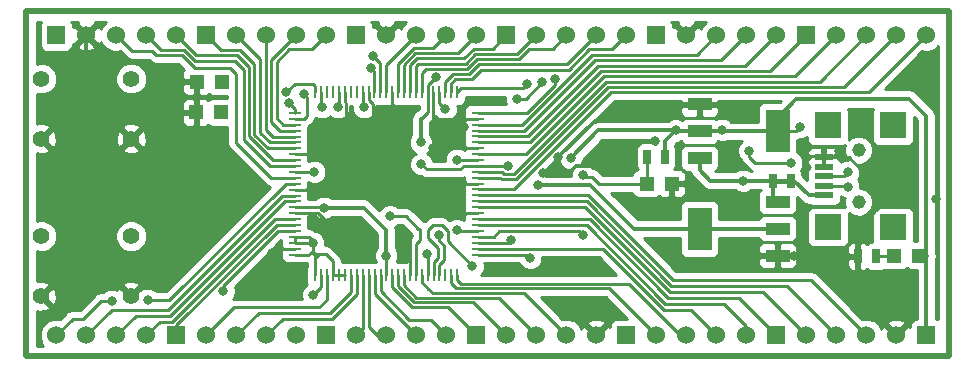
<source format=gtl>
G04 (created by PCBNEW-RS274X (2012-01-19 BZR 3256)-stable) date Mon 24 Sep 2012 12:54:10 AM COT*
G01*
G70*
G90*
%MOIN*%
G04 Gerber Fmt 3.4, Leading zero omitted, Abs format*
%FSLAX34Y34*%
G04 APERTURE LIST*
%ADD10C,0.006000*%
%ADD11C,0.015000*%
%ADD12R,0.010000X0.040000*%
%ADD13R,0.040000X0.010000*%
%ADD14R,0.025000X0.045000*%
%ADD15R,0.060000X0.060000*%
%ADD16C,0.060000*%
%ADD17R,0.047200X0.047200*%
%ADD18C,0.045400*%
%ADD19R,0.063000X0.021700*%
%ADD20R,0.090600X0.086600*%
%ADD21C,0.055000*%
%ADD22R,0.080000X0.144000*%
%ADD23R,0.080000X0.040000*%
%ADD24C,0.031500*%
%ADD25C,0.020000*%
%ADD26C,0.014000*%
%ADD27C,0.009000*%
%ADD28C,0.010000*%
G04 APERTURE END LIST*
G54D10*
G54D11*
X64515Y-26400D02*
X63924Y-26400D01*
G54D12*
X48640Y-23450D03*
X53360Y-23450D03*
X53160Y-23450D03*
X52970Y-23450D03*
X52770Y-23450D03*
X52570Y-23450D03*
X52380Y-23450D03*
X52180Y-23450D03*
X51980Y-23450D03*
X51790Y-23450D03*
X51590Y-23450D03*
X51390Y-23450D03*
X51190Y-23450D03*
X51000Y-23450D03*
X50800Y-23450D03*
X50600Y-23450D03*
X50410Y-23450D03*
X50210Y-23450D03*
X50010Y-23450D03*
X49820Y-23450D03*
X49620Y-23450D03*
X49420Y-23450D03*
X49230Y-23450D03*
X49030Y-23450D03*
X48830Y-23450D03*
G54D13*
X54050Y-24140D03*
X54050Y-28860D03*
X54050Y-28660D03*
X54050Y-28470D03*
X54050Y-28270D03*
X54050Y-28070D03*
X54050Y-27880D03*
X54050Y-27680D03*
X54050Y-27480D03*
X54050Y-27290D03*
X54050Y-27090D03*
X54050Y-26890D03*
X54050Y-26690D03*
X54050Y-26500D03*
X54050Y-26300D03*
X54050Y-26100D03*
X54050Y-25910D03*
X54050Y-25710D03*
X54050Y-25510D03*
X54050Y-25320D03*
X54050Y-25120D03*
X54050Y-24920D03*
X54050Y-24730D03*
X54050Y-24530D03*
X54050Y-24330D03*
X47950Y-24140D03*
X47950Y-24340D03*
X47950Y-24530D03*
X47950Y-24730D03*
X47950Y-24930D03*
X47950Y-25120D03*
X47950Y-25320D03*
X47950Y-25520D03*
X47950Y-25710D03*
X47950Y-25910D03*
X47950Y-26110D03*
X47950Y-26310D03*
X47950Y-26500D03*
X47950Y-26700D03*
X47950Y-26900D03*
X47950Y-27090D03*
X47950Y-27290D03*
X47950Y-27490D03*
X47950Y-27680D03*
X47950Y-27880D03*
X47950Y-28080D03*
X47950Y-28270D03*
X47950Y-28470D03*
X47950Y-28670D03*
X47950Y-28860D03*
G54D12*
X48640Y-29550D03*
X48840Y-29550D03*
X49030Y-29550D03*
X49230Y-29550D03*
X49430Y-29550D03*
X49620Y-29550D03*
X49820Y-29550D03*
X50020Y-29550D03*
X50210Y-29550D03*
X50410Y-29550D03*
X50610Y-29550D03*
X50810Y-29550D03*
X51000Y-29550D03*
X51200Y-29550D03*
X51400Y-29550D03*
X51590Y-29550D03*
X51790Y-29550D03*
X51990Y-29550D03*
X52180Y-29550D03*
X52380Y-29550D03*
X52580Y-29550D03*
X52770Y-29550D03*
X52970Y-29550D03*
X53170Y-29550D03*
X53360Y-29550D03*
G54D14*
X60300Y-25600D03*
X59700Y-25600D03*
X67325Y-28925D03*
X66725Y-28925D03*
G54D15*
X64000Y-31550D03*
G54D16*
X63000Y-31550D03*
X62000Y-31550D03*
X61000Y-31550D03*
X60000Y-31550D03*
G54D15*
X59000Y-31550D03*
G54D16*
X58000Y-31550D03*
X57000Y-31550D03*
X56000Y-31550D03*
X55000Y-31550D03*
G54D15*
X54000Y-31550D03*
G54D16*
X53000Y-31550D03*
X52000Y-31550D03*
X51000Y-31550D03*
X50000Y-31550D03*
G54D15*
X49000Y-31550D03*
G54D16*
X48000Y-31550D03*
X47000Y-31550D03*
X46000Y-31550D03*
X45000Y-31550D03*
G54D15*
X44000Y-31550D03*
G54D16*
X43000Y-31550D03*
X42000Y-31550D03*
X41000Y-31550D03*
X40000Y-31550D03*
G54D15*
X40000Y-21550D03*
G54D16*
X41000Y-21550D03*
X42000Y-21550D03*
X43000Y-21550D03*
X44000Y-21550D03*
G54D15*
X45000Y-21550D03*
G54D16*
X46000Y-21550D03*
X47000Y-21550D03*
X48000Y-21550D03*
X49000Y-21550D03*
G54D15*
X50000Y-21550D03*
G54D16*
X51000Y-21550D03*
X52000Y-21550D03*
X53000Y-21550D03*
X54000Y-21550D03*
G54D15*
X55000Y-21550D03*
G54D16*
X56000Y-21550D03*
X57000Y-21550D03*
X58000Y-21550D03*
X59000Y-21550D03*
G54D15*
X60000Y-21550D03*
G54D16*
X61000Y-21550D03*
X62000Y-21550D03*
X63000Y-21550D03*
X64000Y-21550D03*
G54D15*
X65000Y-21550D03*
G54D16*
X66000Y-21550D03*
X67000Y-21550D03*
X68000Y-21550D03*
X69000Y-21550D03*
G54D15*
X69000Y-31550D03*
G54D16*
X68000Y-31550D03*
X67000Y-31550D03*
X66000Y-31550D03*
X65000Y-31550D03*
G54D17*
X68763Y-28900D03*
X67937Y-28900D03*
G54D18*
X66744Y-25384D03*
X66744Y-27116D03*
G54D19*
X65582Y-26250D03*
X65582Y-25935D03*
X65582Y-25618D03*
X65582Y-26565D03*
X65584Y-26880D03*
G54D20*
X65720Y-24558D03*
X65720Y-27942D03*
X67885Y-27942D03*
X67885Y-24558D03*
G54D21*
X42500Y-28250D03*
X42500Y-30250D03*
X39500Y-28250D03*
X39500Y-30250D03*
X42500Y-23000D03*
X42500Y-25000D03*
X39500Y-23000D03*
X39500Y-25000D03*
G54D22*
X64050Y-24750D03*
G54D23*
X61450Y-24750D03*
X61450Y-25650D03*
X61450Y-23850D03*
G54D22*
X61450Y-28000D03*
G54D23*
X64050Y-28000D03*
X64050Y-27100D03*
X64050Y-28900D03*
G54D17*
X45513Y-23100D03*
X44687Y-23100D03*
X45488Y-24125D03*
X44662Y-24125D03*
X59687Y-26500D03*
X60513Y-26500D03*
G54D14*
X64500Y-26400D03*
X63900Y-26400D03*
G54D24*
X56050Y-26550D03*
X52175Y-25850D03*
X48925Y-27300D03*
X52650Y-22950D03*
X52150Y-25125D03*
X55050Y-25900D03*
X51000Y-28900D03*
X52975Y-24025D03*
X48850Y-23950D03*
X62200Y-24700D03*
X50250Y-23950D03*
X49400Y-23950D03*
X52350Y-28850D03*
X53350Y-25700D03*
X53350Y-28050D03*
X60650Y-24725D03*
X57150Y-25650D03*
X48550Y-28470D03*
X64800Y-24600D03*
X48600Y-26100D03*
X62900Y-26400D03*
X55150Y-28375D03*
X48575Y-30200D03*
X53875Y-29250D03*
X55800Y-28975D03*
X57575Y-28225D03*
X57550Y-26225D03*
X55700Y-23175D03*
X56200Y-23125D03*
X55350Y-23675D03*
X48275Y-23525D03*
X56625Y-23025D03*
X47750Y-23825D03*
X50575Y-22250D03*
X50500Y-22650D03*
X51125Y-27575D03*
X43075Y-30375D03*
X41850Y-30400D03*
X47675Y-23450D03*
X45575Y-30075D03*
X66400Y-26100D03*
X66400Y-26600D03*
X64500Y-25800D03*
X63100Y-25400D03*
X45500Y-26000D03*
X68600Y-27000D03*
X69325Y-27000D03*
X53600Y-24625D03*
X60725Y-23875D03*
X44775Y-24925D03*
X49125Y-25525D03*
X51775Y-28250D03*
X52375Y-27475D03*
X52475Y-26500D03*
X52550Y-25325D03*
X52775Y-28200D03*
X47200Y-28800D03*
X49675Y-24550D03*
X56725Y-25625D03*
X52600Y-24525D03*
X61700Y-26800D03*
X62700Y-26900D03*
X58575Y-24175D03*
X57575Y-29425D03*
X54575Y-29450D03*
X56225Y-26150D03*
X59950Y-25075D03*
X51125Y-24525D03*
X66100Y-25400D03*
X66700Y-27700D03*
X64600Y-28900D03*
X49125Y-26700D03*
X49175Y-27825D03*
X50550Y-24550D03*
X45500Y-23125D03*
X45488Y-24125D03*
G54D25*
X39250Y-20750D02*
X69750Y-20750D01*
X39000Y-20750D02*
X39250Y-20750D01*
X39000Y-32250D02*
X39000Y-20750D01*
X39250Y-32250D02*
X39000Y-32250D01*
X69750Y-32250D02*
X39250Y-32250D01*
X69750Y-20750D02*
X69750Y-32250D01*
G54D26*
X51000Y-28900D02*
X51000Y-28050D01*
G54D27*
X54050Y-25910D02*
X53590Y-25910D01*
X53590Y-25910D02*
X53475Y-26025D01*
X53475Y-26025D02*
X52350Y-26025D01*
X52350Y-26025D02*
X52175Y-25850D01*
X48915Y-27290D02*
X48925Y-27300D01*
X47950Y-27290D02*
X48915Y-27290D01*
G54D26*
X51000Y-28050D02*
X50250Y-27300D01*
X50250Y-27300D02*
X48925Y-27300D01*
G54D27*
X52380Y-23220D02*
X52650Y-22950D01*
X52380Y-23450D02*
X52380Y-23220D01*
G54D26*
X52150Y-24350D02*
X52150Y-25125D01*
G54D27*
X52380Y-24120D02*
X52380Y-23450D01*
X52150Y-24350D02*
X52380Y-24120D01*
G54D26*
X57800Y-26550D02*
X56050Y-26550D01*
X59250Y-28000D02*
X57800Y-26550D01*
G54D27*
X54050Y-25910D02*
X55040Y-25910D01*
X55040Y-25910D02*
X55050Y-25900D01*
G54D26*
X61450Y-28000D02*
X59250Y-28000D01*
X64050Y-28000D02*
X61450Y-28000D01*
G54D27*
X51000Y-29550D02*
X51000Y-28900D01*
X52770Y-23820D02*
X52975Y-24025D01*
X48565Y-28825D02*
X48640Y-28900D01*
X48475Y-28825D02*
X48565Y-28825D01*
X52380Y-28880D02*
X52350Y-28850D01*
X52770Y-23450D02*
X52770Y-23820D01*
X48830Y-23450D02*
X48830Y-23930D01*
G54D26*
X69025Y-28900D02*
X69000Y-28900D01*
X69000Y-28900D02*
X69025Y-28900D01*
X68763Y-28900D02*
X69000Y-28900D01*
G54D28*
X64650Y-24750D02*
X64050Y-24750D01*
X62100Y-24700D02*
X62100Y-24750D01*
X62150Y-24750D02*
X62100Y-24700D01*
X62200Y-24700D02*
X62150Y-24750D01*
G54D26*
X64050Y-24750D02*
X62100Y-24750D01*
X62100Y-24750D02*
X61450Y-24750D01*
G54D27*
X50210Y-23910D02*
X50250Y-23950D01*
X50210Y-23450D02*
X50210Y-23910D01*
X49420Y-23930D02*
X49400Y-23950D01*
X49420Y-23450D02*
X49420Y-23930D01*
X48830Y-23930D02*
X48850Y-23950D01*
X54050Y-25710D02*
X53360Y-25710D01*
X53360Y-25710D02*
X53350Y-25700D01*
X54050Y-28070D02*
X53370Y-28070D01*
X53370Y-28070D02*
X53350Y-28050D01*
X52380Y-29550D02*
X52380Y-28880D01*
G54D26*
X69000Y-31550D02*
X69000Y-28900D01*
X69000Y-28900D02*
X69000Y-24250D01*
X64050Y-24300D02*
X64050Y-24750D01*
X64675Y-23675D02*
X64050Y-24300D01*
X68425Y-23675D02*
X64675Y-23675D01*
X69000Y-24250D02*
X68425Y-23675D01*
G54D27*
X49230Y-29080D02*
X49000Y-28850D01*
X48750Y-28850D02*
X48640Y-28850D01*
X49000Y-28850D02*
X48750Y-28850D01*
X49230Y-29550D02*
X49230Y-29080D01*
X48650Y-28900D02*
X48640Y-28900D01*
X48640Y-28910D02*
X48650Y-28900D01*
X48640Y-28960D02*
X48640Y-28910D01*
X48750Y-28850D02*
X48640Y-28960D01*
G54D26*
X60650Y-24725D02*
X58075Y-24725D01*
X58075Y-24725D02*
X57150Y-25650D01*
X60300Y-25600D02*
X60300Y-25075D01*
X60300Y-25075D02*
X60650Y-24725D01*
X60675Y-24750D02*
X61450Y-24750D01*
X60650Y-24725D02*
X60675Y-24750D01*
G54D27*
X47950Y-28470D02*
X48550Y-28470D01*
X49620Y-29550D02*
X49430Y-29550D01*
X49430Y-29550D02*
X49230Y-29550D01*
X48640Y-28840D02*
X48550Y-28750D01*
X48640Y-28850D02*
X48640Y-28840D01*
X48640Y-28900D02*
X48640Y-28850D01*
X48640Y-29550D02*
X48640Y-28900D01*
X47950Y-28470D02*
X47950Y-28270D01*
G54D28*
X64800Y-24600D02*
X64650Y-24750D01*
G54D27*
X48590Y-26110D02*
X48600Y-26100D01*
X47950Y-26110D02*
X48590Y-26110D01*
X48475Y-28825D02*
X48550Y-28750D01*
X47950Y-28860D02*
X48440Y-28860D01*
X48420Y-28270D02*
X47950Y-28270D01*
X48550Y-28750D02*
X48550Y-28400D01*
X48550Y-28400D02*
X48420Y-28270D01*
X48440Y-28860D02*
X48475Y-28825D01*
G54D26*
X63900Y-26400D02*
X62900Y-26400D01*
X62900Y-26400D02*
X61800Y-26400D01*
X61450Y-26050D02*
X61450Y-25650D01*
X61800Y-26400D02*
X61450Y-26050D01*
X63900Y-26400D02*
X63900Y-26950D01*
X63900Y-26950D02*
X64050Y-27100D01*
G54D27*
X55055Y-28470D02*
X54050Y-28470D01*
X55150Y-28375D02*
X55055Y-28470D01*
X48575Y-30200D02*
X48840Y-29935D01*
X48840Y-29935D02*
X48840Y-29550D01*
X52400Y-28050D02*
X52400Y-28325D01*
X52400Y-28325D02*
X52725Y-28650D01*
X53050Y-28425D02*
X53050Y-28075D01*
X52850Y-27875D02*
X52575Y-27875D01*
X52725Y-28975D02*
X52580Y-29120D01*
X52725Y-28650D02*
X52725Y-28975D01*
X52580Y-29120D02*
X52580Y-29550D01*
X52575Y-27875D02*
X52400Y-28050D01*
X53050Y-28075D02*
X52850Y-27875D01*
X53875Y-29250D02*
X53050Y-28425D01*
X54050Y-28860D02*
X55685Y-28860D01*
X55685Y-28860D02*
X55800Y-28975D01*
X57875Y-26275D02*
X58100Y-26500D01*
X54050Y-28270D02*
X54580Y-28270D01*
X57550Y-26225D02*
X57600Y-26275D01*
X57600Y-26275D02*
X57875Y-26275D01*
X59687Y-25613D02*
X59700Y-25600D01*
X57425Y-28075D02*
X57575Y-28225D01*
X58100Y-26500D02*
X59687Y-26500D01*
X59687Y-26500D02*
X59687Y-25613D01*
X54775Y-28075D02*
X57425Y-28075D01*
X54580Y-28270D02*
X54775Y-28075D01*
X53485Y-23325D02*
X53360Y-23450D01*
X55550Y-23325D02*
X53485Y-23325D01*
X55700Y-23175D02*
X55550Y-23325D01*
X55650Y-23675D02*
X55350Y-23675D01*
X56200Y-23125D02*
X55650Y-23675D01*
X48350Y-23650D02*
X48350Y-23600D01*
X48260Y-24340D02*
X48350Y-24250D01*
X48350Y-24250D02*
X48350Y-23650D01*
X47950Y-24340D02*
X48260Y-24340D01*
X48350Y-23600D02*
X48275Y-23525D01*
X54050Y-24140D02*
X55685Y-24140D01*
X56625Y-23200D02*
X56625Y-23025D01*
X55685Y-24140D02*
X56625Y-23200D01*
X47950Y-24140D02*
X47950Y-24025D01*
X47950Y-24025D02*
X47750Y-23825D01*
X50800Y-23450D02*
X50800Y-22475D01*
X50800Y-22475D02*
X50575Y-22250D01*
X50600Y-22750D02*
X50600Y-23450D01*
X50500Y-22650D02*
X50600Y-22750D01*
X51990Y-29550D02*
X51990Y-28510D01*
X52125Y-28375D02*
X52125Y-28000D01*
X51990Y-28510D02*
X52125Y-28375D01*
X52075Y-28000D02*
X51650Y-27575D01*
X51650Y-27575D02*
X51125Y-27575D01*
X52125Y-28000D02*
X52075Y-28000D01*
X43500Y-22050D02*
X43000Y-21550D01*
X47110Y-25910D02*
X46250Y-25050D01*
X46250Y-25050D02*
X46250Y-22725D01*
X46250Y-22725D02*
X45950Y-22425D01*
X45950Y-22425D02*
X44625Y-22425D01*
X44625Y-22425D02*
X44250Y-22050D01*
X44250Y-22050D02*
X43500Y-22050D01*
X47950Y-25910D02*
X47110Y-25910D01*
X41750Y-30400D02*
X41500Y-30400D01*
X41500Y-30400D02*
X40900Y-31000D01*
X41850Y-30400D02*
X41750Y-30400D01*
X40900Y-31000D02*
X40550Y-31000D01*
X40550Y-31000D02*
X40000Y-31550D01*
X47950Y-26500D02*
X47650Y-26500D01*
X47650Y-26500D02*
X43775Y-30375D01*
X43775Y-30375D02*
X43075Y-30375D01*
X47525Y-26900D02*
X43725Y-30700D01*
X43725Y-30700D02*
X41850Y-30700D01*
X41850Y-30700D02*
X41000Y-31550D01*
X47950Y-26900D02*
X47525Y-26900D01*
X47610Y-27090D02*
X43800Y-30900D01*
X43800Y-30900D02*
X42650Y-30900D01*
X42650Y-30900D02*
X42000Y-31550D01*
X47950Y-27090D02*
X47610Y-27090D01*
X47950Y-27680D02*
X47295Y-27680D01*
X43450Y-31100D02*
X43000Y-31550D01*
X47295Y-27680D02*
X43875Y-31100D01*
X43875Y-31100D02*
X43450Y-31100D01*
X49820Y-30105D02*
X49125Y-30800D01*
X49125Y-30800D02*
X46750Y-30800D01*
X46750Y-30800D02*
X46000Y-31550D01*
X49820Y-29550D02*
X49820Y-30105D01*
X49200Y-31000D02*
X47550Y-31000D01*
X47550Y-31000D02*
X47000Y-31550D01*
X50020Y-29550D02*
X50020Y-30180D01*
X50020Y-30180D02*
X49200Y-31000D01*
X50210Y-29550D02*
X50210Y-31340D01*
X50210Y-31340D02*
X50000Y-31550D01*
X50810Y-30085D02*
X51775Y-31050D01*
X51775Y-31050D02*
X52500Y-31050D01*
X52500Y-31050D02*
X53000Y-31550D01*
X50810Y-29550D02*
X50810Y-30085D01*
X47950Y-24730D02*
X47455Y-24730D01*
X47175Y-22375D02*
X48000Y-21550D01*
X47175Y-24450D02*
X47175Y-22375D01*
X47455Y-24730D02*
X47175Y-24450D01*
X54750Y-30300D02*
X52000Y-30300D01*
X52000Y-30300D02*
X51590Y-29890D01*
X51590Y-29890D02*
X51590Y-29550D01*
X56000Y-31550D02*
X54750Y-30300D01*
X55595Y-30145D02*
X52545Y-30145D01*
X52180Y-29550D02*
X52180Y-29780D01*
X52180Y-29780D02*
X52400Y-30000D01*
X55600Y-30150D02*
X57000Y-31550D01*
X55600Y-30150D02*
X55595Y-30145D01*
X52545Y-30145D02*
X52400Y-30000D01*
X53170Y-29820D02*
X53170Y-29550D01*
X60000Y-31550D02*
X58650Y-30200D01*
X53340Y-29990D02*
X58440Y-29990D01*
X58440Y-29990D02*
X58650Y-30200D01*
X53170Y-29820D02*
X53340Y-29990D01*
X47230Y-24930D02*
X47000Y-24700D01*
X47000Y-24700D02*
X47000Y-21550D01*
X47950Y-24930D02*
X47230Y-24930D01*
X53360Y-29550D02*
X53360Y-29695D01*
X60800Y-31550D02*
X61000Y-31550D01*
X59085Y-29835D02*
X60800Y-31550D01*
X53500Y-29835D02*
X59085Y-29835D01*
X53360Y-29695D02*
X53500Y-29835D01*
X54050Y-27290D02*
X57640Y-27290D01*
X63550Y-30100D02*
X65000Y-31550D01*
X60450Y-30100D02*
X63550Y-30100D01*
X57640Y-27290D02*
X60450Y-30100D01*
X47120Y-25120D02*
X46800Y-24800D01*
X46800Y-24800D02*
X46800Y-22350D01*
X46800Y-22350D02*
X46000Y-21550D01*
X47950Y-25120D02*
X47120Y-25120D01*
X60500Y-29900D02*
X57690Y-27090D01*
X57690Y-27090D02*
X54050Y-27090D01*
X66000Y-31550D02*
X64350Y-29900D01*
X64350Y-29900D02*
X60500Y-29900D01*
X65150Y-29700D02*
X60550Y-29700D01*
X60550Y-29700D02*
X57740Y-26890D01*
X57740Y-26890D02*
X54050Y-26890D01*
X67000Y-31550D02*
X65150Y-29700D01*
X54050Y-26690D02*
X55260Y-26690D01*
X67100Y-23450D02*
X69000Y-21550D01*
X58500Y-23450D02*
X67100Y-23450D01*
X55260Y-26690D02*
X58500Y-23450D01*
X63800Y-22750D02*
X65000Y-21550D01*
X54050Y-25120D02*
X55805Y-25120D01*
X58175Y-22750D02*
X63800Y-22750D01*
X55805Y-25120D02*
X58175Y-22750D01*
X54050Y-24920D02*
X55730Y-24920D01*
X55730Y-24920D02*
X58075Y-22575D01*
X58075Y-22575D02*
X62975Y-22575D01*
X62975Y-22575D02*
X64000Y-21550D01*
X55595Y-24730D02*
X57950Y-22375D01*
X57950Y-22375D02*
X62175Y-22375D01*
X62175Y-22375D02*
X63000Y-21550D01*
X54050Y-24730D02*
X55595Y-24730D01*
X53775Y-22850D02*
X54100Y-22525D01*
X54100Y-22525D02*
X57025Y-22525D01*
X57025Y-22525D02*
X58000Y-21550D01*
X52970Y-23450D02*
X52970Y-23105D01*
X52970Y-23105D02*
X53225Y-22850D01*
X53225Y-22850D02*
X53775Y-22850D01*
X51790Y-23450D02*
X51790Y-22556D01*
X54550Y-22000D02*
X55000Y-21550D01*
X53925Y-22000D02*
X54550Y-22000D01*
X53600Y-22325D02*
X53925Y-22000D01*
X52021Y-22325D02*
X53600Y-22325D01*
X51790Y-22556D02*
X52021Y-22325D01*
X47950Y-25710D02*
X47210Y-25710D01*
X44675Y-22225D02*
X44000Y-21550D01*
X46025Y-22225D02*
X44675Y-22225D01*
X46425Y-22625D02*
X46025Y-22225D01*
X46425Y-24925D02*
X46425Y-22625D01*
X47210Y-25710D02*
X46425Y-24925D01*
X48640Y-23450D02*
X48640Y-23240D01*
X47950Y-23175D02*
X47675Y-23450D01*
X48575Y-23175D02*
X47950Y-23175D01*
X48640Y-23240D02*
X48575Y-23175D01*
X45575Y-29900D02*
X45575Y-30075D01*
X47950Y-28080D02*
X47395Y-28080D01*
X47395Y-28080D02*
X45575Y-29900D01*
X45800Y-22650D02*
X44630Y-22650D01*
X43330Y-22205D02*
X43200Y-22075D01*
X46000Y-22850D02*
X45800Y-22650D01*
X42525Y-22075D02*
X42000Y-21550D01*
X43200Y-22075D02*
X42525Y-22075D01*
X46000Y-25150D02*
X46000Y-22850D01*
X47160Y-26310D02*
X46000Y-25150D01*
X47950Y-26310D02*
X47160Y-26310D01*
X44185Y-22205D02*
X43330Y-22205D01*
X44630Y-22650D02*
X44185Y-22205D01*
X47345Y-27880D02*
X44000Y-31225D01*
X44000Y-31225D02*
X44000Y-31550D01*
X47950Y-27880D02*
X47345Y-27880D01*
X49030Y-30370D02*
X48775Y-30625D01*
X48775Y-30625D02*
X45925Y-30625D01*
X45925Y-30625D02*
X45000Y-31550D01*
X49030Y-29550D02*
X49030Y-30370D01*
X47775Y-22025D02*
X48525Y-22025D01*
X48525Y-22025D02*
X49000Y-21550D01*
X47350Y-22450D02*
X47775Y-22025D01*
X47350Y-24325D02*
X47350Y-22450D01*
X47555Y-24530D02*
X47350Y-24325D01*
X47950Y-24530D02*
X47555Y-24530D01*
X50410Y-31260D02*
X50700Y-31550D01*
X50700Y-31550D02*
X51000Y-31550D01*
X50410Y-29550D02*
X50410Y-31260D01*
X50610Y-29550D02*
X50610Y-30160D01*
X50610Y-30160D02*
X52000Y-31550D01*
X51875Y-30625D02*
X51200Y-29950D01*
X51200Y-29950D02*
X51200Y-29550D01*
X54000Y-31550D02*
X53075Y-30625D01*
X53075Y-30625D02*
X51875Y-30625D01*
X53905Y-30455D02*
X51930Y-30455D01*
X51400Y-29925D02*
X51400Y-29550D01*
X51930Y-30455D02*
X51400Y-29925D01*
X55000Y-31550D02*
X53905Y-30455D01*
X58210Y-28660D02*
X54050Y-28660D01*
X62000Y-31550D02*
X61150Y-30700D01*
X61150Y-30700D02*
X60250Y-30700D01*
X60250Y-30700D02*
X58210Y-28660D01*
X54050Y-27880D02*
X57680Y-27880D01*
X63000Y-31250D02*
X63000Y-31550D01*
X62250Y-30500D02*
X63000Y-31250D01*
X60300Y-30500D02*
X62250Y-30500D01*
X57680Y-27880D02*
X60300Y-30500D01*
X64000Y-31550D02*
X62750Y-30300D01*
X57780Y-27680D02*
X54050Y-27680D01*
X60400Y-30300D02*
X57780Y-27680D01*
X62750Y-30300D02*
X60400Y-30300D01*
X66025Y-23275D02*
X66275Y-23275D01*
X54050Y-26300D02*
X54800Y-26300D01*
X66275Y-23275D02*
X68000Y-21550D01*
X54800Y-26300D02*
X54850Y-26350D01*
X55325Y-26350D02*
X58400Y-23275D01*
X54850Y-26350D02*
X55325Y-26350D01*
X58400Y-23275D02*
X66025Y-23275D01*
X58325Y-23100D02*
X65450Y-23100D01*
X65450Y-23100D02*
X67000Y-21550D01*
X54050Y-26100D02*
X54850Y-26100D01*
X55250Y-26175D02*
X58325Y-23100D01*
X54925Y-26175D02*
X55250Y-26175D01*
X54850Y-26100D02*
X54925Y-26175D01*
X54050Y-25510D02*
X55665Y-25510D01*
X64625Y-22925D02*
X66000Y-21550D01*
X58250Y-22925D02*
X64625Y-22925D01*
X55665Y-25510D02*
X58250Y-22925D01*
X45500Y-22050D02*
X45000Y-21550D01*
X46125Y-22050D02*
X45500Y-22050D01*
X46600Y-22525D02*
X46125Y-22050D01*
X46600Y-24875D02*
X46600Y-22525D01*
X47045Y-25320D02*
X46600Y-24875D01*
X47950Y-25320D02*
X47045Y-25320D01*
X54050Y-24530D02*
X55520Y-24530D01*
X61350Y-22200D02*
X62000Y-21550D01*
X57850Y-22200D02*
X61350Y-22200D01*
X55520Y-24530D02*
X57850Y-22200D01*
X58525Y-22025D02*
X59000Y-21550D01*
X57775Y-22025D02*
X58525Y-22025D01*
X53160Y-23450D02*
X53160Y-23165D01*
X57100Y-22700D02*
X57775Y-22025D01*
X54175Y-22700D02*
X57100Y-22700D01*
X53850Y-23025D02*
X54175Y-22700D01*
X53300Y-23025D02*
X53850Y-23025D01*
X53160Y-23165D02*
X53300Y-23025D01*
X52180Y-22820D02*
X52325Y-22675D01*
X52180Y-23450D02*
X52180Y-22820D01*
X56550Y-22000D02*
X57000Y-21550D01*
X55775Y-22000D02*
X56550Y-22000D01*
X55425Y-22350D02*
X55775Y-22000D01*
X54025Y-22350D02*
X55425Y-22350D01*
X53700Y-22675D02*
X54025Y-22350D01*
X52325Y-22675D02*
X53700Y-22675D01*
X51980Y-22587D02*
X52067Y-22500D01*
X52067Y-22500D02*
X53645Y-22500D01*
X53645Y-22500D02*
X53970Y-22175D01*
X53970Y-22175D02*
X55375Y-22175D01*
X55375Y-22175D02*
X56000Y-21550D01*
X51980Y-23450D02*
X51980Y-22587D01*
X51975Y-22150D02*
X53400Y-22150D01*
X53400Y-22150D02*
X54000Y-21550D01*
X51590Y-23450D02*
X51590Y-22535D01*
X51590Y-22535D02*
X51975Y-22150D01*
X51390Y-22510D02*
X51925Y-21975D01*
X51925Y-21975D02*
X52575Y-21975D01*
X52575Y-21975D02*
X53000Y-21550D01*
X51390Y-23450D02*
X51390Y-22510D01*
X51000Y-23450D02*
X51000Y-22550D01*
X51000Y-22550D02*
X52000Y-21550D01*
G54D28*
X66250Y-26250D02*
X66400Y-26100D01*
X65582Y-26250D02*
X66250Y-26250D01*
X66365Y-26565D02*
X66400Y-26600D01*
X65582Y-26565D02*
X66365Y-26565D01*
X64500Y-25800D02*
X63300Y-25800D01*
X63300Y-25800D02*
X63100Y-25600D01*
X63100Y-25600D02*
X63100Y-25400D01*
G54D26*
X65080Y-26880D02*
X64600Y-26400D01*
X64600Y-26400D02*
X64500Y-26400D01*
X65584Y-26880D02*
X65080Y-26880D01*
X67725Y-27000D02*
X68600Y-27000D01*
X67300Y-27375D02*
X67350Y-27375D01*
X53600Y-24625D02*
X53500Y-24525D01*
X53500Y-24525D02*
X52600Y-24525D01*
X60725Y-23875D02*
X60325Y-23875D01*
X60750Y-23850D02*
X60725Y-23875D01*
G54D27*
X52925Y-28550D02*
X52775Y-28400D01*
G54D26*
X44775Y-25275D02*
X44775Y-24925D01*
X45500Y-26000D02*
X44775Y-25275D01*
G54D28*
X65582Y-25618D02*
X66418Y-25618D01*
G54D26*
X66725Y-28925D02*
X66725Y-27725D01*
X66725Y-27725D02*
X66700Y-27700D01*
X60325Y-23875D02*
X59800Y-24400D01*
G54D28*
X67300Y-27375D02*
X67300Y-27400D01*
G54D26*
X61450Y-23850D02*
X60750Y-23850D01*
G54D27*
X49120Y-25520D02*
X49125Y-25525D01*
X47950Y-25520D02*
X49120Y-25520D01*
G54D26*
X67350Y-27375D02*
X67725Y-27000D01*
G54D27*
X52925Y-29050D02*
X52925Y-28550D01*
X52770Y-29205D02*
X52925Y-29050D01*
X52380Y-27480D02*
X52375Y-27475D01*
X52770Y-29550D02*
X52770Y-29205D01*
X54050Y-27480D02*
X52380Y-27480D01*
X54050Y-26500D02*
X52475Y-26500D01*
X52555Y-25320D02*
X52550Y-25325D01*
X54050Y-25320D02*
X52555Y-25320D01*
G54D26*
X44662Y-24812D02*
X44662Y-24125D01*
X44775Y-24925D02*
X44662Y-24812D01*
X44662Y-24125D02*
X44662Y-23125D01*
X44662Y-23125D02*
X44687Y-23100D01*
X41000Y-21550D02*
X41000Y-22900D01*
X42225Y-24125D02*
X44662Y-24125D01*
X41000Y-22900D02*
X42225Y-24125D01*
G54D27*
X51790Y-29550D02*
X51790Y-28265D01*
X52775Y-28400D02*
X52775Y-28200D01*
X51790Y-28265D02*
X51775Y-28250D01*
X47950Y-28670D02*
X47330Y-28670D01*
X47330Y-28670D02*
X47200Y-28800D01*
X47950Y-27490D02*
X48740Y-27490D01*
X49620Y-23450D02*
X49620Y-23770D01*
G54D26*
X57325Y-25925D02*
X58600Y-25925D01*
X57100Y-26150D02*
X57325Y-25925D01*
X59800Y-24400D02*
X58700Y-24400D01*
X58700Y-24400D02*
X57950Y-24400D01*
X57950Y-24400D02*
X56725Y-25625D01*
G54D27*
X52795Y-24330D02*
X52600Y-24525D01*
X52570Y-23450D02*
X52570Y-24495D01*
X52570Y-24495D02*
X52600Y-24525D01*
G54D28*
X61700Y-26800D02*
X61400Y-26500D01*
X61400Y-26500D02*
X60513Y-26500D01*
X61700Y-26800D02*
X62600Y-26800D01*
G54D27*
X58700Y-24400D02*
X58700Y-24300D01*
X58700Y-24300D02*
X58575Y-24175D01*
G54D26*
X57575Y-29425D02*
X57550Y-29450D01*
X57550Y-29450D02*
X54575Y-29450D01*
X56225Y-26150D02*
X57100Y-26150D01*
X59450Y-25075D02*
X59950Y-25075D01*
X58600Y-25925D02*
X59450Y-25075D01*
G54D28*
X62600Y-26800D02*
X62700Y-26900D01*
X67300Y-26900D02*
X67300Y-27375D01*
G54D27*
X54050Y-24330D02*
X52795Y-24330D01*
G54D28*
X67300Y-27400D02*
X67000Y-27700D01*
X67000Y-27700D02*
X66700Y-27700D01*
X65882Y-25618D02*
X66100Y-25400D01*
X65582Y-25618D02*
X65882Y-25618D01*
X66418Y-25618D02*
X66800Y-26000D01*
X66800Y-26000D02*
X66800Y-26400D01*
X66800Y-26400D02*
X67300Y-26900D01*
G54D26*
X65582Y-25935D02*
X65582Y-25618D01*
G54D28*
X64600Y-28900D02*
X64050Y-28900D01*
G54D27*
X47950Y-26700D02*
X49125Y-26700D01*
X49075Y-27825D02*
X49175Y-27825D01*
X51190Y-24460D02*
X51125Y-24525D01*
X51190Y-23450D02*
X51190Y-24460D01*
X50410Y-23710D02*
X50550Y-23850D01*
X50550Y-23850D02*
X50550Y-24550D01*
X50410Y-23450D02*
X50410Y-23710D01*
X49620Y-23770D02*
X49675Y-23825D01*
X49675Y-23825D02*
X49675Y-24550D01*
X48740Y-27490D02*
X49075Y-27825D01*
X45513Y-23100D02*
X45513Y-23112D01*
X45513Y-23112D02*
X45500Y-23125D01*
X67937Y-28900D02*
X67350Y-28900D01*
X67350Y-28900D02*
X67325Y-28925D01*
G54D10*
G36*
X47132Y-26599D02*
X44637Y-29094D01*
X44637Y-23524D01*
X44637Y-23150D01*
X44263Y-23150D01*
X44201Y-23212D01*
X44202Y-23287D01*
X44202Y-23386D01*
X44240Y-23477D01*
X44310Y-23547D01*
X44402Y-23585D01*
X44575Y-23586D01*
X44637Y-23524D01*
X44637Y-29094D01*
X44612Y-29119D01*
X44612Y-24549D01*
X44612Y-24175D01*
X44612Y-24075D01*
X44612Y-23701D01*
X44550Y-23639D01*
X44377Y-23640D01*
X44285Y-23678D01*
X44215Y-23748D01*
X44177Y-23839D01*
X44177Y-23938D01*
X44176Y-24013D01*
X44238Y-24075D01*
X44612Y-24075D01*
X44612Y-24175D01*
X44238Y-24175D01*
X44176Y-24237D01*
X44177Y-24312D01*
X44177Y-24411D01*
X44215Y-24502D01*
X44285Y-24572D01*
X44377Y-24610D01*
X44550Y-24611D01*
X44612Y-24549D01*
X44612Y-29119D01*
X43652Y-30080D01*
X43354Y-30080D01*
X43306Y-30031D01*
X43156Y-29969D01*
X43025Y-29969D01*
X43025Y-28355D01*
X43025Y-28146D01*
X43025Y-23105D01*
X43025Y-22896D01*
X42945Y-22703D01*
X42798Y-22555D01*
X42605Y-22475D01*
X42396Y-22475D01*
X42203Y-22555D01*
X42055Y-22702D01*
X41975Y-22895D01*
X41975Y-23104D01*
X42055Y-23297D01*
X42202Y-23445D01*
X42395Y-23525D01*
X42604Y-23525D01*
X42797Y-23445D01*
X42945Y-23298D01*
X43025Y-23105D01*
X43025Y-28146D01*
X43019Y-28131D01*
X43019Y-25074D01*
X43008Y-24870D01*
X42952Y-24733D01*
X42861Y-24710D01*
X42790Y-24781D01*
X42790Y-24639D01*
X42767Y-24548D01*
X42574Y-24481D01*
X42370Y-24492D01*
X42233Y-24548D01*
X42210Y-24639D01*
X42500Y-24929D01*
X42790Y-24639D01*
X42790Y-24781D01*
X42571Y-25000D01*
X42861Y-25290D01*
X42952Y-25267D01*
X43019Y-25074D01*
X43019Y-28131D01*
X42945Y-27953D01*
X42798Y-27805D01*
X42790Y-27801D01*
X42790Y-25361D01*
X42500Y-25071D01*
X42429Y-25142D01*
X42429Y-25000D01*
X42139Y-24710D01*
X42048Y-24733D01*
X41981Y-24926D01*
X41992Y-25130D01*
X42048Y-25267D01*
X42139Y-25290D01*
X42429Y-25000D01*
X42429Y-25142D01*
X42210Y-25361D01*
X42233Y-25452D01*
X42426Y-25519D01*
X42630Y-25508D01*
X42767Y-25452D01*
X42790Y-25361D01*
X42790Y-27801D01*
X42605Y-27725D01*
X42396Y-27725D01*
X42203Y-27805D01*
X42055Y-27952D01*
X41975Y-28145D01*
X41975Y-28354D01*
X42055Y-28547D01*
X42202Y-28695D01*
X42395Y-28775D01*
X42604Y-28775D01*
X42797Y-28695D01*
X42945Y-28548D01*
X43025Y-28355D01*
X43025Y-29969D01*
X42995Y-29969D01*
X42953Y-29986D01*
X42952Y-29983D01*
X42861Y-29960D01*
X42790Y-30031D01*
X42790Y-29889D01*
X42767Y-29798D01*
X42574Y-29731D01*
X42370Y-29742D01*
X42233Y-29798D01*
X42210Y-29889D01*
X42500Y-30179D01*
X42790Y-29889D01*
X42790Y-30031D01*
X42606Y-30215D01*
X42571Y-30250D01*
X42500Y-30321D01*
X42429Y-30250D01*
X42394Y-30215D01*
X42139Y-29960D01*
X42048Y-29983D01*
X42029Y-30034D01*
X41931Y-29994D01*
X41770Y-29994D01*
X41621Y-30056D01*
X41571Y-30105D01*
X41500Y-30105D01*
X41386Y-30127D01*
X41348Y-30153D01*
X41308Y-30179D01*
X41308Y-21928D01*
X41000Y-21621D01*
X40692Y-21928D01*
X40719Y-22022D01*
X40921Y-22093D01*
X41134Y-22082D01*
X41281Y-22022D01*
X41308Y-21928D01*
X41308Y-30179D01*
X41291Y-30191D01*
X41289Y-30193D01*
X40777Y-30705D01*
X40550Y-30705D01*
X40549Y-30705D01*
X40527Y-30709D01*
X40437Y-30727D01*
X40341Y-30791D01*
X40339Y-30793D01*
X40124Y-31007D01*
X40109Y-31001D01*
X40019Y-31001D01*
X40019Y-30324D01*
X40008Y-30120D01*
X39952Y-29983D01*
X39861Y-29960D01*
X39571Y-30250D01*
X39861Y-30540D01*
X39952Y-30517D01*
X40019Y-30324D01*
X40019Y-31001D01*
X39891Y-31001D01*
X39689Y-31085D01*
X39535Y-31239D01*
X39451Y-31441D01*
X39451Y-31659D01*
X39535Y-31861D01*
X39574Y-31900D01*
X39350Y-31900D01*
X39350Y-30742D01*
X39426Y-30769D01*
X39630Y-30758D01*
X39767Y-30702D01*
X39790Y-30611D01*
X39535Y-30356D01*
X39500Y-30321D01*
X39429Y-30250D01*
X39500Y-30179D01*
X39535Y-30144D01*
X39790Y-29889D01*
X39767Y-29798D01*
X39574Y-29731D01*
X39370Y-29742D01*
X39350Y-29750D01*
X39350Y-28756D01*
X39395Y-28775D01*
X39604Y-28775D01*
X39797Y-28695D01*
X39945Y-28548D01*
X40025Y-28355D01*
X40025Y-28146D01*
X40019Y-28131D01*
X40019Y-25074D01*
X40008Y-24870D01*
X39952Y-24733D01*
X39861Y-24710D01*
X39571Y-25000D01*
X39861Y-25290D01*
X39952Y-25267D01*
X40019Y-25074D01*
X40019Y-28131D01*
X39945Y-27953D01*
X39798Y-27805D01*
X39605Y-27725D01*
X39396Y-27725D01*
X39350Y-27744D01*
X39350Y-25492D01*
X39426Y-25519D01*
X39630Y-25508D01*
X39767Y-25452D01*
X39790Y-25361D01*
X39535Y-25106D01*
X39500Y-25071D01*
X39429Y-25000D01*
X39500Y-24929D01*
X39535Y-24894D01*
X39790Y-24639D01*
X39767Y-24548D01*
X39574Y-24481D01*
X39370Y-24492D01*
X39350Y-24500D01*
X39350Y-23506D01*
X39395Y-23525D01*
X39604Y-23525D01*
X39797Y-23445D01*
X39945Y-23298D01*
X40025Y-23105D01*
X40025Y-22896D01*
X39945Y-22703D01*
X39798Y-22555D01*
X39605Y-22475D01*
X39396Y-22475D01*
X39350Y-22494D01*
X39350Y-21100D01*
X39498Y-21100D01*
X39489Y-21109D01*
X39451Y-21200D01*
X39451Y-21299D01*
X39451Y-21899D01*
X39489Y-21991D01*
X39559Y-22061D01*
X39650Y-22099D01*
X39749Y-22099D01*
X40349Y-22099D01*
X40441Y-22061D01*
X40511Y-21991D01*
X40549Y-21900D01*
X40549Y-21837D01*
X40622Y-21858D01*
X40929Y-21550D01*
X40622Y-21242D01*
X40549Y-21262D01*
X40549Y-21201D01*
X40511Y-21109D01*
X40502Y-21100D01*
X40712Y-21100D01*
X40692Y-21172D01*
X41000Y-21479D01*
X41308Y-21172D01*
X41287Y-21100D01*
X41674Y-21100D01*
X41535Y-21239D01*
X41497Y-21330D01*
X41472Y-21269D01*
X41378Y-21242D01*
X41071Y-21550D01*
X41378Y-21858D01*
X41472Y-21831D01*
X41495Y-21765D01*
X41535Y-21861D01*
X41689Y-22015D01*
X41891Y-22099D01*
X42109Y-22099D01*
X42124Y-22092D01*
X42314Y-22281D01*
X42316Y-22284D01*
X42412Y-22348D01*
X42525Y-22370D01*
X43077Y-22370D01*
X43119Y-22411D01*
X43121Y-22414D01*
X43216Y-22477D01*
X43217Y-22478D01*
X43307Y-22495D01*
X43329Y-22500D01*
X43329Y-22499D01*
X43330Y-22500D01*
X44062Y-22500D01*
X44262Y-22700D01*
X44240Y-22723D01*
X44202Y-22814D01*
X44202Y-22913D01*
X44201Y-22988D01*
X44263Y-23050D01*
X44587Y-23050D01*
X44637Y-23050D01*
X44737Y-23050D01*
X44737Y-23150D01*
X44737Y-23200D01*
X44737Y-23524D01*
X44799Y-23586D01*
X44972Y-23585D01*
X45064Y-23547D01*
X45100Y-23511D01*
X45136Y-23547D01*
X45227Y-23585D01*
X45326Y-23585D01*
X45705Y-23585D01*
X45705Y-23640D01*
X45675Y-23640D01*
X45203Y-23640D01*
X45111Y-23678D01*
X45075Y-23714D01*
X45039Y-23678D01*
X44947Y-23640D01*
X44774Y-23639D01*
X44712Y-23701D01*
X44712Y-24025D01*
X44712Y-24075D01*
X44712Y-24175D01*
X44712Y-24225D01*
X44712Y-24549D01*
X44774Y-24611D01*
X44947Y-24610D01*
X45039Y-24572D01*
X45075Y-24536D01*
X45111Y-24572D01*
X45202Y-24610D01*
X45301Y-24610D01*
X45705Y-24610D01*
X45705Y-25145D01*
X45704Y-25150D01*
X45727Y-25263D01*
X45791Y-25359D01*
X46949Y-26516D01*
X46951Y-26519D01*
X47047Y-26583D01*
X47132Y-26599D01*
X47132Y-26599D01*
G37*
G54D28*
X47132Y-26599D02*
X44637Y-29094D01*
X44637Y-23524D01*
X44637Y-23150D01*
X44263Y-23150D01*
X44201Y-23212D01*
X44202Y-23287D01*
X44202Y-23386D01*
X44240Y-23477D01*
X44310Y-23547D01*
X44402Y-23585D01*
X44575Y-23586D01*
X44637Y-23524D01*
X44637Y-29094D01*
X44612Y-29119D01*
X44612Y-24549D01*
X44612Y-24175D01*
X44612Y-24075D01*
X44612Y-23701D01*
X44550Y-23639D01*
X44377Y-23640D01*
X44285Y-23678D01*
X44215Y-23748D01*
X44177Y-23839D01*
X44177Y-23938D01*
X44176Y-24013D01*
X44238Y-24075D01*
X44612Y-24075D01*
X44612Y-24175D01*
X44238Y-24175D01*
X44176Y-24237D01*
X44177Y-24312D01*
X44177Y-24411D01*
X44215Y-24502D01*
X44285Y-24572D01*
X44377Y-24610D01*
X44550Y-24611D01*
X44612Y-24549D01*
X44612Y-29119D01*
X43652Y-30080D01*
X43354Y-30080D01*
X43306Y-30031D01*
X43156Y-29969D01*
X43025Y-29969D01*
X43025Y-28355D01*
X43025Y-28146D01*
X43025Y-23105D01*
X43025Y-22896D01*
X42945Y-22703D01*
X42798Y-22555D01*
X42605Y-22475D01*
X42396Y-22475D01*
X42203Y-22555D01*
X42055Y-22702D01*
X41975Y-22895D01*
X41975Y-23104D01*
X42055Y-23297D01*
X42202Y-23445D01*
X42395Y-23525D01*
X42604Y-23525D01*
X42797Y-23445D01*
X42945Y-23298D01*
X43025Y-23105D01*
X43025Y-28146D01*
X43019Y-28131D01*
X43019Y-25074D01*
X43008Y-24870D01*
X42952Y-24733D01*
X42861Y-24710D01*
X42790Y-24781D01*
X42790Y-24639D01*
X42767Y-24548D01*
X42574Y-24481D01*
X42370Y-24492D01*
X42233Y-24548D01*
X42210Y-24639D01*
X42500Y-24929D01*
X42790Y-24639D01*
X42790Y-24781D01*
X42571Y-25000D01*
X42861Y-25290D01*
X42952Y-25267D01*
X43019Y-25074D01*
X43019Y-28131D01*
X42945Y-27953D01*
X42798Y-27805D01*
X42790Y-27801D01*
X42790Y-25361D01*
X42500Y-25071D01*
X42429Y-25142D01*
X42429Y-25000D01*
X42139Y-24710D01*
X42048Y-24733D01*
X41981Y-24926D01*
X41992Y-25130D01*
X42048Y-25267D01*
X42139Y-25290D01*
X42429Y-25000D01*
X42429Y-25142D01*
X42210Y-25361D01*
X42233Y-25452D01*
X42426Y-25519D01*
X42630Y-25508D01*
X42767Y-25452D01*
X42790Y-25361D01*
X42790Y-27801D01*
X42605Y-27725D01*
X42396Y-27725D01*
X42203Y-27805D01*
X42055Y-27952D01*
X41975Y-28145D01*
X41975Y-28354D01*
X42055Y-28547D01*
X42202Y-28695D01*
X42395Y-28775D01*
X42604Y-28775D01*
X42797Y-28695D01*
X42945Y-28548D01*
X43025Y-28355D01*
X43025Y-29969D01*
X42995Y-29969D01*
X42953Y-29986D01*
X42952Y-29983D01*
X42861Y-29960D01*
X42790Y-30031D01*
X42790Y-29889D01*
X42767Y-29798D01*
X42574Y-29731D01*
X42370Y-29742D01*
X42233Y-29798D01*
X42210Y-29889D01*
X42500Y-30179D01*
X42790Y-29889D01*
X42790Y-30031D01*
X42606Y-30215D01*
X42571Y-30250D01*
X42500Y-30321D01*
X42429Y-30250D01*
X42394Y-30215D01*
X42139Y-29960D01*
X42048Y-29983D01*
X42029Y-30034D01*
X41931Y-29994D01*
X41770Y-29994D01*
X41621Y-30056D01*
X41571Y-30105D01*
X41500Y-30105D01*
X41386Y-30127D01*
X41348Y-30153D01*
X41308Y-30179D01*
X41308Y-21928D01*
X41000Y-21621D01*
X40692Y-21928D01*
X40719Y-22022D01*
X40921Y-22093D01*
X41134Y-22082D01*
X41281Y-22022D01*
X41308Y-21928D01*
X41308Y-30179D01*
X41291Y-30191D01*
X41289Y-30193D01*
X40777Y-30705D01*
X40550Y-30705D01*
X40549Y-30705D01*
X40527Y-30709D01*
X40437Y-30727D01*
X40341Y-30791D01*
X40339Y-30793D01*
X40124Y-31007D01*
X40109Y-31001D01*
X40019Y-31001D01*
X40019Y-30324D01*
X40008Y-30120D01*
X39952Y-29983D01*
X39861Y-29960D01*
X39571Y-30250D01*
X39861Y-30540D01*
X39952Y-30517D01*
X40019Y-30324D01*
X40019Y-31001D01*
X39891Y-31001D01*
X39689Y-31085D01*
X39535Y-31239D01*
X39451Y-31441D01*
X39451Y-31659D01*
X39535Y-31861D01*
X39574Y-31900D01*
X39350Y-31900D01*
X39350Y-30742D01*
X39426Y-30769D01*
X39630Y-30758D01*
X39767Y-30702D01*
X39790Y-30611D01*
X39535Y-30356D01*
X39500Y-30321D01*
X39429Y-30250D01*
X39500Y-30179D01*
X39535Y-30144D01*
X39790Y-29889D01*
X39767Y-29798D01*
X39574Y-29731D01*
X39370Y-29742D01*
X39350Y-29750D01*
X39350Y-28756D01*
X39395Y-28775D01*
X39604Y-28775D01*
X39797Y-28695D01*
X39945Y-28548D01*
X40025Y-28355D01*
X40025Y-28146D01*
X40019Y-28131D01*
X40019Y-25074D01*
X40008Y-24870D01*
X39952Y-24733D01*
X39861Y-24710D01*
X39571Y-25000D01*
X39861Y-25290D01*
X39952Y-25267D01*
X40019Y-25074D01*
X40019Y-28131D01*
X39945Y-27953D01*
X39798Y-27805D01*
X39605Y-27725D01*
X39396Y-27725D01*
X39350Y-27744D01*
X39350Y-25492D01*
X39426Y-25519D01*
X39630Y-25508D01*
X39767Y-25452D01*
X39790Y-25361D01*
X39535Y-25106D01*
X39500Y-25071D01*
X39429Y-25000D01*
X39500Y-24929D01*
X39535Y-24894D01*
X39790Y-24639D01*
X39767Y-24548D01*
X39574Y-24481D01*
X39370Y-24492D01*
X39350Y-24500D01*
X39350Y-23506D01*
X39395Y-23525D01*
X39604Y-23525D01*
X39797Y-23445D01*
X39945Y-23298D01*
X40025Y-23105D01*
X40025Y-22896D01*
X39945Y-22703D01*
X39798Y-22555D01*
X39605Y-22475D01*
X39396Y-22475D01*
X39350Y-22494D01*
X39350Y-21100D01*
X39498Y-21100D01*
X39489Y-21109D01*
X39451Y-21200D01*
X39451Y-21299D01*
X39451Y-21899D01*
X39489Y-21991D01*
X39559Y-22061D01*
X39650Y-22099D01*
X39749Y-22099D01*
X40349Y-22099D01*
X40441Y-22061D01*
X40511Y-21991D01*
X40549Y-21900D01*
X40549Y-21837D01*
X40622Y-21858D01*
X40929Y-21550D01*
X40622Y-21242D01*
X40549Y-21262D01*
X40549Y-21201D01*
X40511Y-21109D01*
X40502Y-21100D01*
X40712Y-21100D01*
X40692Y-21172D01*
X41000Y-21479D01*
X41308Y-21172D01*
X41287Y-21100D01*
X41674Y-21100D01*
X41535Y-21239D01*
X41497Y-21330D01*
X41472Y-21269D01*
X41378Y-21242D01*
X41071Y-21550D01*
X41378Y-21858D01*
X41472Y-21831D01*
X41495Y-21765D01*
X41535Y-21861D01*
X41689Y-22015D01*
X41891Y-22099D01*
X42109Y-22099D01*
X42124Y-22092D01*
X42314Y-22281D01*
X42316Y-22284D01*
X42412Y-22348D01*
X42525Y-22370D01*
X43077Y-22370D01*
X43119Y-22411D01*
X43121Y-22414D01*
X43216Y-22477D01*
X43217Y-22478D01*
X43307Y-22495D01*
X43329Y-22500D01*
X43329Y-22499D01*
X43330Y-22500D01*
X44062Y-22500D01*
X44262Y-22700D01*
X44240Y-22723D01*
X44202Y-22814D01*
X44202Y-22913D01*
X44201Y-22988D01*
X44263Y-23050D01*
X44587Y-23050D01*
X44637Y-23050D01*
X44737Y-23050D01*
X44737Y-23150D01*
X44737Y-23200D01*
X44737Y-23524D01*
X44799Y-23586D01*
X44972Y-23585D01*
X45064Y-23547D01*
X45100Y-23511D01*
X45136Y-23547D01*
X45227Y-23585D01*
X45326Y-23585D01*
X45705Y-23585D01*
X45705Y-23640D01*
X45675Y-23640D01*
X45203Y-23640D01*
X45111Y-23678D01*
X45075Y-23714D01*
X45039Y-23678D01*
X44947Y-23640D01*
X44774Y-23639D01*
X44712Y-23701D01*
X44712Y-24025D01*
X44712Y-24075D01*
X44712Y-24175D01*
X44712Y-24225D01*
X44712Y-24549D01*
X44774Y-24611D01*
X44947Y-24610D01*
X45039Y-24572D01*
X45075Y-24536D01*
X45111Y-24572D01*
X45202Y-24610D01*
X45301Y-24610D01*
X45705Y-24610D01*
X45705Y-25145D01*
X45704Y-25150D01*
X45727Y-25263D01*
X45791Y-25359D01*
X46949Y-26516D01*
X46951Y-26519D01*
X47047Y-26583D01*
X47132Y-26599D01*
G54D10*
G36*
X48071Y-31550D02*
X48000Y-31621D01*
X47929Y-31550D01*
X48000Y-31479D01*
X48071Y-31550D01*
X48071Y-31550D01*
G37*
G54D28*
X48071Y-31550D02*
X48000Y-31621D01*
X47929Y-31550D01*
X48000Y-31479D01*
X48071Y-31550D01*
G54D10*
G36*
X48361Y-29849D02*
X48346Y-29856D01*
X48231Y-29969D01*
X48169Y-30119D01*
X48169Y-30280D01*
X48189Y-30330D01*
X45925Y-30330D01*
X45887Y-30337D01*
X45919Y-30306D01*
X45981Y-30156D01*
X45981Y-29995D01*
X45956Y-29936D01*
X47501Y-28391D01*
X47501Y-28469D01*
X47501Y-28569D01*
X47501Y-28570D01*
X47501Y-28571D01*
X47500Y-28583D01*
X47511Y-28594D01*
X47539Y-28661D01*
X47543Y-28665D01*
X47539Y-28669D01*
X47503Y-28753D01*
X47500Y-28757D01*
X47501Y-28769D01*
X47501Y-28859D01*
X47501Y-28959D01*
X47539Y-29051D01*
X47609Y-29121D01*
X47700Y-29159D01*
X47799Y-29159D01*
X48199Y-29159D01*
X48208Y-29155D01*
X48345Y-29155D01*
X48345Y-29290D01*
X48341Y-29300D01*
X48341Y-29399D01*
X48341Y-29799D01*
X48361Y-29849D01*
X48361Y-29849D01*
G37*
G54D28*
X48361Y-29849D02*
X48346Y-29856D01*
X48231Y-29969D01*
X48169Y-30119D01*
X48169Y-30280D01*
X48189Y-30330D01*
X45925Y-30330D01*
X45887Y-30337D01*
X45919Y-30306D01*
X45981Y-30156D01*
X45981Y-29995D01*
X45956Y-29936D01*
X47501Y-28391D01*
X47501Y-28469D01*
X47501Y-28569D01*
X47501Y-28570D01*
X47501Y-28571D01*
X47500Y-28583D01*
X47511Y-28594D01*
X47539Y-28661D01*
X47543Y-28665D01*
X47539Y-28669D01*
X47503Y-28753D01*
X47500Y-28757D01*
X47501Y-28769D01*
X47501Y-28859D01*
X47501Y-28959D01*
X47539Y-29051D01*
X47609Y-29121D01*
X47700Y-29159D01*
X47799Y-29159D01*
X48199Y-29159D01*
X48208Y-29155D01*
X48345Y-29155D01*
X48345Y-29290D01*
X48341Y-29300D01*
X48341Y-29399D01*
X48341Y-29799D01*
X48361Y-29849D01*
G54D10*
G36*
X50680Y-28645D02*
X50656Y-28669D01*
X50594Y-28819D01*
X50594Y-28980D01*
X50644Y-29101D01*
X50611Y-29101D01*
X50511Y-29101D01*
X50510Y-29101D01*
X50411Y-29101D01*
X50311Y-29101D01*
X50310Y-29101D01*
X50211Y-29101D01*
X50120Y-29101D01*
X50111Y-29101D01*
X50021Y-29101D01*
X49921Y-29101D01*
X49920Y-29101D01*
X49821Y-29101D01*
X49721Y-29101D01*
X49720Y-29101D01*
X49621Y-29101D01*
X49530Y-29101D01*
X49525Y-29101D01*
X49525Y-29080D01*
X49503Y-28967D01*
X49439Y-28871D01*
X49436Y-28869D01*
X49209Y-28641D01*
X49113Y-28577D01*
X49000Y-28554D01*
X48995Y-28555D01*
X48954Y-28555D01*
X48956Y-28551D01*
X48956Y-28390D01*
X48894Y-28241D01*
X48781Y-28126D01*
X48632Y-28064D01*
X48631Y-28064D01*
X48629Y-28061D01*
X48533Y-27997D01*
X48420Y-27974D01*
X48415Y-27975D01*
X48399Y-27975D01*
X48399Y-27881D01*
X48399Y-27781D01*
X48398Y-27780D01*
X48399Y-27780D01*
X48399Y-27681D01*
X48399Y-27590D01*
X48400Y-27590D01*
X48400Y-27585D01*
X48636Y-27585D01*
X48694Y-27644D01*
X48844Y-27706D01*
X49005Y-27706D01*
X49154Y-27644D01*
X49178Y-27620D01*
X50117Y-27620D01*
X50680Y-28182D01*
X50680Y-28645D01*
X50680Y-28645D01*
G37*
G54D28*
X50680Y-28645D02*
X50656Y-28669D01*
X50594Y-28819D01*
X50594Y-28980D01*
X50644Y-29101D01*
X50611Y-29101D01*
X50511Y-29101D01*
X50510Y-29101D01*
X50411Y-29101D01*
X50311Y-29101D01*
X50310Y-29101D01*
X50211Y-29101D01*
X50120Y-29101D01*
X50111Y-29101D01*
X50021Y-29101D01*
X49921Y-29101D01*
X49920Y-29101D01*
X49821Y-29101D01*
X49721Y-29101D01*
X49720Y-29101D01*
X49621Y-29101D01*
X49530Y-29101D01*
X49525Y-29101D01*
X49525Y-29080D01*
X49503Y-28967D01*
X49439Y-28871D01*
X49436Y-28869D01*
X49209Y-28641D01*
X49113Y-28577D01*
X49000Y-28554D01*
X48995Y-28555D01*
X48954Y-28555D01*
X48956Y-28551D01*
X48956Y-28390D01*
X48894Y-28241D01*
X48781Y-28126D01*
X48632Y-28064D01*
X48631Y-28064D01*
X48629Y-28061D01*
X48533Y-27997D01*
X48420Y-27974D01*
X48415Y-27975D01*
X48399Y-27975D01*
X48399Y-27881D01*
X48399Y-27781D01*
X48398Y-27780D01*
X48399Y-27780D01*
X48399Y-27681D01*
X48399Y-27590D01*
X48400Y-27590D01*
X48400Y-27585D01*
X48636Y-27585D01*
X48694Y-27644D01*
X48844Y-27706D01*
X49005Y-27706D01*
X49154Y-27644D01*
X49178Y-27620D01*
X50117Y-27620D01*
X50680Y-28182D01*
X50680Y-28645D01*
G54D10*
G36*
X51674Y-21100D02*
X51535Y-21239D01*
X51497Y-21330D01*
X51472Y-21269D01*
X51378Y-21242D01*
X51071Y-21550D01*
X51000Y-21621D01*
X50929Y-21550D01*
X50894Y-21515D01*
X50622Y-21242D01*
X50549Y-21262D01*
X50549Y-21201D01*
X50511Y-21109D01*
X50502Y-21100D01*
X50712Y-21100D01*
X50692Y-21172D01*
X51000Y-21479D01*
X51308Y-21172D01*
X51287Y-21100D01*
X51674Y-21100D01*
X51674Y-21100D01*
G37*
G54D28*
X51674Y-21100D02*
X51535Y-21239D01*
X51497Y-21330D01*
X51472Y-21269D01*
X51378Y-21242D01*
X51071Y-21550D01*
X51000Y-21621D01*
X50929Y-21550D01*
X50894Y-21515D01*
X50622Y-21242D01*
X50549Y-21262D01*
X50549Y-21201D01*
X50511Y-21109D01*
X50502Y-21100D01*
X50712Y-21100D01*
X50692Y-21172D01*
X51000Y-21479D01*
X51308Y-21172D01*
X51287Y-21100D01*
X51674Y-21100D01*
G54D10*
G36*
X51830Y-28252D02*
X51781Y-28301D01*
X51717Y-28397D01*
X51694Y-28510D01*
X51695Y-28514D01*
X51695Y-29100D01*
X51690Y-29100D01*
X51690Y-29101D01*
X51591Y-29101D01*
X51500Y-29101D01*
X51491Y-29101D01*
X51401Y-29101D01*
X51356Y-29101D01*
X51406Y-28981D01*
X51406Y-28820D01*
X51344Y-28671D01*
X51320Y-28646D01*
X51320Y-28050D01*
X51298Y-27942D01*
X51298Y-27941D01*
X51354Y-27919D01*
X51403Y-27870D01*
X51527Y-27870D01*
X51830Y-28173D01*
X51830Y-28252D01*
X51830Y-28252D01*
G37*
G54D28*
X51830Y-28252D02*
X51781Y-28301D01*
X51717Y-28397D01*
X51694Y-28510D01*
X51695Y-28514D01*
X51695Y-29100D01*
X51690Y-29100D01*
X51690Y-29101D01*
X51591Y-29101D01*
X51500Y-29101D01*
X51491Y-29101D01*
X51401Y-29101D01*
X51356Y-29101D01*
X51406Y-28981D01*
X51406Y-28820D01*
X51344Y-28671D01*
X51320Y-28646D01*
X51320Y-28050D01*
X51298Y-27942D01*
X51298Y-27941D01*
X51354Y-27919D01*
X51403Y-27870D01*
X51527Y-27870D01*
X51830Y-28173D01*
X51830Y-28252D01*
G54D10*
G36*
X53643Y-27485D02*
X53639Y-27489D01*
X53611Y-27555D01*
X53600Y-27567D01*
X53601Y-27579D01*
X53601Y-27580D01*
X53601Y-27679D01*
X53601Y-27726D01*
X53581Y-27706D01*
X53431Y-27644D01*
X53270Y-27644D01*
X53121Y-27706D01*
X53109Y-27717D01*
X53059Y-27666D01*
X52963Y-27602D01*
X52850Y-27579D01*
X52845Y-27580D01*
X52575Y-27580D01*
X52462Y-27602D01*
X52366Y-27666D01*
X52364Y-27668D01*
X52278Y-27754D01*
X52238Y-27727D01*
X52215Y-27722D01*
X51859Y-27366D01*
X51763Y-27302D01*
X51650Y-27279D01*
X51645Y-27280D01*
X51404Y-27280D01*
X51356Y-27231D01*
X51206Y-27169D01*
X51045Y-27169D01*
X50896Y-27231D01*
X50781Y-27344D01*
X50770Y-27368D01*
X50476Y-27074D01*
X50373Y-27004D01*
X50250Y-26980D01*
X49179Y-26980D01*
X49156Y-26956D01*
X49006Y-26894D01*
X48845Y-26894D01*
X48696Y-26956D01*
X48656Y-26995D01*
X48399Y-26995D01*
X48399Y-26991D01*
X48399Y-26901D01*
X48399Y-26801D01*
X48398Y-26800D01*
X48399Y-26799D01*
X48400Y-26787D01*
X48388Y-26775D01*
X48361Y-26709D01*
X48352Y-26700D01*
X48361Y-26691D01*
X48388Y-26624D01*
X48400Y-26613D01*
X48399Y-26601D01*
X48398Y-26600D01*
X48399Y-26600D01*
X48399Y-26501D01*
X48399Y-26456D01*
X48519Y-26506D01*
X48680Y-26506D01*
X48829Y-26444D01*
X48944Y-26331D01*
X49006Y-26181D01*
X49006Y-26020D01*
X48944Y-25871D01*
X48831Y-25756D01*
X48681Y-25694D01*
X48520Y-25694D01*
X48399Y-25744D01*
X48399Y-25711D01*
X48399Y-25619D01*
X48399Y-25611D01*
X48400Y-25607D01*
X48395Y-25602D01*
X48361Y-25519D01*
X48357Y-25515D01*
X48361Y-25511D01*
X48388Y-25444D01*
X48400Y-25433D01*
X48399Y-25421D01*
X48398Y-25420D01*
X48399Y-25420D01*
X48399Y-25321D01*
X48399Y-25221D01*
X48398Y-25220D01*
X48399Y-25220D01*
X48399Y-25121D01*
X48399Y-25030D01*
X48399Y-25021D01*
X48399Y-24931D01*
X48399Y-24831D01*
X48398Y-24830D01*
X48399Y-24830D01*
X48399Y-24731D01*
X48399Y-24631D01*
X48398Y-24630D01*
X48399Y-24630D01*
X48399Y-24595D01*
X48469Y-24549D01*
X48556Y-24460D01*
X48558Y-24459D01*
X48559Y-24459D01*
X48623Y-24363D01*
X48635Y-24300D01*
X48769Y-24356D01*
X48930Y-24356D01*
X49079Y-24294D01*
X49124Y-24249D01*
X49169Y-24294D01*
X49319Y-24356D01*
X49480Y-24356D01*
X49629Y-24294D01*
X49744Y-24181D01*
X49806Y-24031D01*
X49806Y-23899D01*
X49819Y-23899D01*
X49844Y-23899D01*
X49844Y-24030D01*
X49906Y-24179D01*
X50019Y-24294D01*
X50169Y-24356D01*
X50330Y-24356D01*
X50479Y-24294D01*
X50594Y-24181D01*
X50656Y-24031D01*
X50656Y-23899D01*
X50699Y-23899D01*
X50699Y-23898D01*
X50700Y-23899D01*
X50799Y-23899D01*
X50899Y-23899D01*
X50899Y-23898D01*
X50900Y-23899D01*
X50999Y-23899D01*
X51090Y-23899D01*
X51099Y-23899D01*
X51104Y-23899D01*
X51107Y-23895D01*
X51191Y-23861D01*
X51195Y-23857D01*
X51199Y-23861D01*
X51265Y-23888D01*
X51276Y-23899D01*
X51290Y-23899D01*
X51389Y-23899D01*
X51489Y-23899D01*
X51489Y-23898D01*
X51490Y-23899D01*
X51589Y-23899D01*
X51689Y-23899D01*
X51689Y-23898D01*
X51690Y-23899D01*
X51789Y-23899D01*
X51880Y-23899D01*
X51889Y-23899D01*
X51979Y-23899D01*
X52079Y-23899D01*
X52079Y-23898D01*
X52080Y-23899D01*
X52085Y-23899D01*
X52085Y-23997D01*
X52028Y-24053D01*
X52028Y-24054D01*
X51924Y-24124D01*
X51854Y-24228D01*
X51830Y-24350D01*
X51830Y-24870D01*
X51806Y-24894D01*
X51744Y-25044D01*
X51744Y-25205D01*
X51806Y-25354D01*
X51919Y-25469D01*
X51977Y-25493D01*
X51946Y-25506D01*
X51831Y-25619D01*
X51769Y-25769D01*
X51769Y-25930D01*
X51831Y-26079D01*
X51944Y-26194D01*
X52094Y-26256D01*
X52174Y-26256D01*
X52237Y-26298D01*
X52350Y-26320D01*
X53470Y-26320D01*
X53475Y-26321D01*
X53475Y-26320D01*
X53588Y-26298D01*
X53601Y-26289D01*
X53601Y-26299D01*
X53601Y-26399D01*
X53601Y-26400D01*
X53601Y-26401D01*
X53600Y-26413D01*
X53611Y-26424D01*
X53639Y-26491D01*
X53643Y-26495D01*
X53639Y-26499D01*
X53603Y-26583D01*
X53600Y-26587D01*
X53601Y-26599D01*
X53601Y-26689D01*
X53601Y-26789D01*
X53601Y-26790D01*
X53601Y-26889D01*
X53601Y-26989D01*
X53601Y-26990D01*
X53601Y-27089D01*
X53601Y-27189D01*
X53601Y-27190D01*
X53601Y-27289D01*
X53601Y-27381D01*
X53600Y-27393D01*
X53604Y-27397D01*
X53639Y-27481D01*
X53643Y-27485D01*
X53643Y-27485D01*
G37*
G54D28*
X53643Y-27485D02*
X53639Y-27489D01*
X53611Y-27555D01*
X53600Y-27567D01*
X53601Y-27579D01*
X53601Y-27580D01*
X53601Y-27679D01*
X53601Y-27726D01*
X53581Y-27706D01*
X53431Y-27644D01*
X53270Y-27644D01*
X53121Y-27706D01*
X53109Y-27717D01*
X53059Y-27666D01*
X52963Y-27602D01*
X52850Y-27579D01*
X52845Y-27580D01*
X52575Y-27580D01*
X52462Y-27602D01*
X52366Y-27666D01*
X52364Y-27668D01*
X52278Y-27754D01*
X52238Y-27727D01*
X52215Y-27722D01*
X51859Y-27366D01*
X51763Y-27302D01*
X51650Y-27279D01*
X51645Y-27280D01*
X51404Y-27280D01*
X51356Y-27231D01*
X51206Y-27169D01*
X51045Y-27169D01*
X50896Y-27231D01*
X50781Y-27344D01*
X50770Y-27368D01*
X50476Y-27074D01*
X50373Y-27004D01*
X50250Y-26980D01*
X49179Y-26980D01*
X49156Y-26956D01*
X49006Y-26894D01*
X48845Y-26894D01*
X48696Y-26956D01*
X48656Y-26995D01*
X48399Y-26995D01*
X48399Y-26991D01*
X48399Y-26901D01*
X48399Y-26801D01*
X48398Y-26800D01*
X48399Y-26799D01*
X48400Y-26787D01*
X48388Y-26775D01*
X48361Y-26709D01*
X48352Y-26700D01*
X48361Y-26691D01*
X48388Y-26624D01*
X48400Y-26613D01*
X48399Y-26601D01*
X48398Y-26600D01*
X48399Y-26600D01*
X48399Y-26501D01*
X48399Y-26456D01*
X48519Y-26506D01*
X48680Y-26506D01*
X48829Y-26444D01*
X48944Y-26331D01*
X49006Y-26181D01*
X49006Y-26020D01*
X48944Y-25871D01*
X48831Y-25756D01*
X48681Y-25694D01*
X48520Y-25694D01*
X48399Y-25744D01*
X48399Y-25711D01*
X48399Y-25619D01*
X48399Y-25611D01*
X48400Y-25607D01*
X48395Y-25602D01*
X48361Y-25519D01*
X48357Y-25515D01*
X48361Y-25511D01*
X48388Y-25444D01*
X48400Y-25433D01*
X48399Y-25421D01*
X48398Y-25420D01*
X48399Y-25420D01*
X48399Y-25321D01*
X48399Y-25221D01*
X48398Y-25220D01*
X48399Y-25220D01*
X48399Y-25121D01*
X48399Y-25030D01*
X48399Y-25021D01*
X48399Y-24931D01*
X48399Y-24831D01*
X48398Y-24830D01*
X48399Y-24830D01*
X48399Y-24731D01*
X48399Y-24631D01*
X48398Y-24630D01*
X48399Y-24630D01*
X48399Y-24595D01*
X48469Y-24549D01*
X48556Y-24460D01*
X48558Y-24459D01*
X48559Y-24459D01*
X48623Y-24363D01*
X48635Y-24300D01*
X48769Y-24356D01*
X48930Y-24356D01*
X49079Y-24294D01*
X49124Y-24249D01*
X49169Y-24294D01*
X49319Y-24356D01*
X49480Y-24356D01*
X49629Y-24294D01*
X49744Y-24181D01*
X49806Y-24031D01*
X49806Y-23899D01*
X49819Y-23899D01*
X49844Y-23899D01*
X49844Y-24030D01*
X49906Y-24179D01*
X50019Y-24294D01*
X50169Y-24356D01*
X50330Y-24356D01*
X50479Y-24294D01*
X50594Y-24181D01*
X50656Y-24031D01*
X50656Y-23899D01*
X50699Y-23899D01*
X50699Y-23898D01*
X50700Y-23899D01*
X50799Y-23899D01*
X50899Y-23899D01*
X50899Y-23898D01*
X50900Y-23899D01*
X50999Y-23899D01*
X51090Y-23899D01*
X51099Y-23899D01*
X51104Y-23899D01*
X51107Y-23895D01*
X51191Y-23861D01*
X51195Y-23857D01*
X51199Y-23861D01*
X51265Y-23888D01*
X51276Y-23899D01*
X51290Y-23899D01*
X51389Y-23899D01*
X51489Y-23899D01*
X51489Y-23898D01*
X51490Y-23899D01*
X51589Y-23899D01*
X51689Y-23899D01*
X51689Y-23898D01*
X51690Y-23899D01*
X51789Y-23899D01*
X51880Y-23899D01*
X51889Y-23899D01*
X51979Y-23899D01*
X52079Y-23899D01*
X52079Y-23898D01*
X52080Y-23899D01*
X52085Y-23899D01*
X52085Y-23997D01*
X52028Y-24053D01*
X52028Y-24054D01*
X51924Y-24124D01*
X51854Y-24228D01*
X51830Y-24350D01*
X51830Y-24870D01*
X51806Y-24894D01*
X51744Y-25044D01*
X51744Y-25205D01*
X51806Y-25354D01*
X51919Y-25469D01*
X51977Y-25493D01*
X51946Y-25506D01*
X51831Y-25619D01*
X51769Y-25769D01*
X51769Y-25930D01*
X51831Y-26079D01*
X51944Y-26194D01*
X52094Y-26256D01*
X52174Y-26256D01*
X52237Y-26298D01*
X52350Y-26320D01*
X53470Y-26320D01*
X53475Y-26321D01*
X53475Y-26320D01*
X53588Y-26298D01*
X53601Y-26289D01*
X53601Y-26299D01*
X53601Y-26399D01*
X53601Y-26400D01*
X53601Y-26401D01*
X53600Y-26413D01*
X53611Y-26424D01*
X53639Y-26491D01*
X53643Y-26495D01*
X53639Y-26499D01*
X53603Y-26583D01*
X53600Y-26587D01*
X53601Y-26599D01*
X53601Y-26689D01*
X53601Y-26789D01*
X53601Y-26790D01*
X53601Y-26889D01*
X53601Y-26989D01*
X53601Y-26990D01*
X53601Y-27089D01*
X53601Y-27189D01*
X53601Y-27190D01*
X53601Y-27289D01*
X53601Y-27381D01*
X53600Y-27393D01*
X53604Y-27397D01*
X53639Y-27481D01*
X53643Y-27485D01*
G54D10*
G36*
X54981Y-23845D02*
X54309Y-23845D01*
X54300Y-23841D01*
X54201Y-23841D01*
X53801Y-23841D01*
X53709Y-23879D01*
X53639Y-23949D01*
X53601Y-24040D01*
X53601Y-24139D01*
X53601Y-24231D01*
X53600Y-24243D01*
X53604Y-24247D01*
X53639Y-24331D01*
X53643Y-24335D01*
X53639Y-24339D01*
X53611Y-24405D01*
X53600Y-24417D01*
X53601Y-24429D01*
X53601Y-24430D01*
X53601Y-24529D01*
X53601Y-24629D01*
X53601Y-24630D01*
X53601Y-24729D01*
X53601Y-24820D01*
X53601Y-24829D01*
X53601Y-24919D01*
X53601Y-25019D01*
X53601Y-25020D01*
X53601Y-25119D01*
X53601Y-25219D01*
X53601Y-25220D01*
X53601Y-25221D01*
X53600Y-25233D01*
X53611Y-25244D01*
X53639Y-25311D01*
X53643Y-25315D01*
X53639Y-25319D01*
X53610Y-25386D01*
X53581Y-25356D01*
X53431Y-25294D01*
X53270Y-25294D01*
X53121Y-25356D01*
X53006Y-25469D01*
X52944Y-25619D01*
X52944Y-25730D01*
X52564Y-25730D01*
X52519Y-25621D01*
X52406Y-25506D01*
X52347Y-25481D01*
X52379Y-25469D01*
X52494Y-25356D01*
X52556Y-25206D01*
X52556Y-25045D01*
X52494Y-24896D01*
X52470Y-24871D01*
X52470Y-24447D01*
X52586Y-24330D01*
X52588Y-24329D01*
X52589Y-24329D01*
X52635Y-24258D01*
X52744Y-24369D01*
X52894Y-24431D01*
X53055Y-24431D01*
X53204Y-24369D01*
X53319Y-24256D01*
X53381Y-24106D01*
X53381Y-23945D01*
X53361Y-23899D01*
X53459Y-23899D01*
X53551Y-23861D01*
X53621Y-23791D01*
X53659Y-23700D01*
X53659Y-23620D01*
X54944Y-23620D01*
X54944Y-23755D01*
X54981Y-23845D01*
X54981Y-23845D01*
G37*
G54D28*
X54981Y-23845D02*
X54309Y-23845D01*
X54300Y-23841D01*
X54201Y-23841D01*
X53801Y-23841D01*
X53709Y-23879D01*
X53639Y-23949D01*
X53601Y-24040D01*
X53601Y-24139D01*
X53601Y-24231D01*
X53600Y-24243D01*
X53604Y-24247D01*
X53639Y-24331D01*
X53643Y-24335D01*
X53639Y-24339D01*
X53611Y-24405D01*
X53600Y-24417D01*
X53601Y-24429D01*
X53601Y-24430D01*
X53601Y-24529D01*
X53601Y-24629D01*
X53601Y-24630D01*
X53601Y-24729D01*
X53601Y-24820D01*
X53601Y-24829D01*
X53601Y-24919D01*
X53601Y-25019D01*
X53601Y-25020D01*
X53601Y-25119D01*
X53601Y-25219D01*
X53601Y-25220D01*
X53601Y-25221D01*
X53600Y-25233D01*
X53611Y-25244D01*
X53639Y-25311D01*
X53643Y-25315D01*
X53639Y-25319D01*
X53610Y-25386D01*
X53581Y-25356D01*
X53431Y-25294D01*
X53270Y-25294D01*
X53121Y-25356D01*
X53006Y-25469D01*
X52944Y-25619D01*
X52944Y-25730D01*
X52564Y-25730D01*
X52519Y-25621D01*
X52406Y-25506D01*
X52347Y-25481D01*
X52379Y-25469D01*
X52494Y-25356D01*
X52556Y-25206D01*
X52556Y-25045D01*
X52494Y-24896D01*
X52470Y-24871D01*
X52470Y-24447D01*
X52586Y-24330D01*
X52588Y-24329D01*
X52589Y-24329D01*
X52635Y-24258D01*
X52744Y-24369D01*
X52894Y-24431D01*
X53055Y-24431D01*
X53204Y-24369D01*
X53319Y-24256D01*
X53381Y-24106D01*
X53381Y-23945D01*
X53361Y-23899D01*
X53459Y-23899D01*
X53551Y-23861D01*
X53621Y-23791D01*
X53659Y-23700D01*
X53659Y-23620D01*
X54944Y-23620D01*
X54944Y-23755D01*
X54981Y-23845D01*
G54D10*
G36*
X57180Y-26056D02*
X57144Y-26144D01*
X57144Y-26230D01*
X56304Y-26230D01*
X56281Y-26206D01*
X56196Y-26171D01*
X56744Y-25624D01*
X56744Y-25730D01*
X56806Y-25879D01*
X56919Y-25994D01*
X57069Y-26056D01*
X57180Y-26056D01*
X57180Y-26056D01*
G37*
G54D28*
X57180Y-26056D02*
X57144Y-26144D01*
X57144Y-26230D01*
X56304Y-26230D01*
X56281Y-26206D01*
X56196Y-26171D01*
X56744Y-25624D01*
X56744Y-25730D01*
X56806Y-25879D01*
X56919Y-25994D01*
X57069Y-26056D01*
X57180Y-26056D01*
G54D10*
G36*
X58672Y-29540D02*
X54158Y-29540D01*
X54219Y-29481D01*
X54281Y-29331D01*
X54281Y-29170D01*
X54276Y-29159D01*
X54299Y-29159D01*
X54308Y-29155D01*
X55435Y-29155D01*
X55456Y-29204D01*
X55569Y-29319D01*
X55719Y-29381D01*
X55880Y-29381D01*
X56029Y-29319D01*
X56144Y-29206D01*
X56206Y-29056D01*
X56206Y-28955D01*
X58087Y-28955D01*
X58672Y-29540D01*
X58672Y-29540D01*
G37*
G54D28*
X58672Y-29540D02*
X54158Y-29540D01*
X54219Y-29481D01*
X54281Y-29331D01*
X54281Y-29170D01*
X54276Y-29159D01*
X54299Y-29159D01*
X54308Y-29155D01*
X55435Y-29155D01*
X55456Y-29204D01*
X55569Y-29319D01*
X55719Y-29381D01*
X55880Y-29381D01*
X56029Y-29319D01*
X56144Y-29206D01*
X56206Y-29056D01*
X56206Y-28955D01*
X58087Y-28955D01*
X58672Y-29540D01*
G54D10*
G36*
X59033Y-31001D02*
X58651Y-31001D01*
X58559Y-31039D01*
X58489Y-31109D01*
X58451Y-31200D01*
X58451Y-31262D01*
X58378Y-31242D01*
X58308Y-31312D01*
X58308Y-31172D01*
X58281Y-31078D01*
X58079Y-31007D01*
X57866Y-31018D01*
X57719Y-31078D01*
X57692Y-31172D01*
X58000Y-31479D01*
X58308Y-31172D01*
X58308Y-31312D01*
X58071Y-31550D01*
X58000Y-31621D01*
X57929Y-31550D01*
X57894Y-31515D01*
X57622Y-31242D01*
X57528Y-31269D01*
X57504Y-31334D01*
X57465Y-31239D01*
X57311Y-31085D01*
X57109Y-31001D01*
X56891Y-31001D01*
X56874Y-31007D01*
X56152Y-30285D01*
X58317Y-30285D01*
X58439Y-30406D01*
X58441Y-30409D01*
X59033Y-31001D01*
X59033Y-31001D01*
G37*
G54D28*
X59033Y-31001D02*
X58651Y-31001D01*
X58559Y-31039D01*
X58489Y-31109D01*
X58451Y-31200D01*
X58451Y-31262D01*
X58378Y-31242D01*
X58308Y-31312D01*
X58308Y-31172D01*
X58281Y-31078D01*
X58079Y-31007D01*
X57866Y-31018D01*
X57719Y-31078D01*
X57692Y-31172D01*
X58000Y-31479D01*
X58308Y-31172D01*
X58308Y-31312D01*
X58071Y-31550D01*
X58000Y-31621D01*
X57929Y-31550D01*
X57894Y-31515D01*
X57622Y-31242D01*
X57528Y-31269D01*
X57504Y-31334D01*
X57465Y-31239D01*
X57311Y-31085D01*
X57109Y-31001D01*
X56891Y-31001D01*
X56874Y-31007D01*
X56152Y-30285D01*
X58317Y-30285D01*
X58439Y-30406D01*
X58441Y-30409D01*
X59033Y-31001D01*
G54D10*
G36*
X59985Y-25045D02*
X59980Y-25075D01*
X59980Y-25178D01*
X59966Y-25164D01*
X59875Y-25126D01*
X59776Y-25126D01*
X59526Y-25126D01*
X59434Y-25164D01*
X59364Y-25234D01*
X59326Y-25325D01*
X59326Y-25424D01*
X59326Y-25874D01*
X59364Y-25966D01*
X59392Y-25994D01*
X59392Y-26019D01*
X59310Y-26053D01*
X59240Y-26123D01*
X59205Y-26205D01*
X58222Y-26205D01*
X58084Y-26066D01*
X57988Y-26002D01*
X57879Y-25980D01*
X57877Y-25979D01*
X57781Y-25881D01*
X57631Y-25819D01*
X57519Y-25819D01*
X57556Y-25731D01*
X57556Y-25696D01*
X58207Y-25045D01*
X59985Y-25045D01*
X59985Y-25045D01*
G37*
G54D28*
X59985Y-25045D02*
X59980Y-25075D01*
X59980Y-25178D01*
X59966Y-25164D01*
X59875Y-25126D01*
X59776Y-25126D01*
X59526Y-25126D01*
X59434Y-25164D01*
X59364Y-25234D01*
X59326Y-25325D01*
X59326Y-25424D01*
X59326Y-25874D01*
X59364Y-25966D01*
X59392Y-25994D01*
X59392Y-26019D01*
X59310Y-26053D01*
X59240Y-26123D01*
X59205Y-26205D01*
X58222Y-26205D01*
X58084Y-26066D01*
X57988Y-26002D01*
X57879Y-25980D01*
X57877Y-25979D01*
X57781Y-25881D01*
X57631Y-25819D01*
X57519Y-25819D01*
X57556Y-25731D01*
X57556Y-25696D01*
X58207Y-25045D01*
X59985Y-25045D01*
G54D10*
G36*
X61674Y-21100D02*
X61535Y-21239D01*
X61497Y-21330D01*
X61472Y-21269D01*
X61378Y-21242D01*
X61071Y-21550D01*
X61000Y-21621D01*
X60929Y-21550D01*
X60894Y-21515D01*
X60622Y-21242D01*
X60549Y-21262D01*
X60549Y-21201D01*
X60511Y-21109D01*
X60502Y-21100D01*
X60712Y-21100D01*
X60692Y-21172D01*
X61000Y-21479D01*
X61308Y-21172D01*
X61287Y-21100D01*
X61674Y-21100D01*
X61674Y-21100D01*
G37*
G54D28*
X61674Y-21100D02*
X61535Y-21239D01*
X61497Y-21330D01*
X61472Y-21269D01*
X61378Y-21242D01*
X61071Y-21550D01*
X61000Y-21621D01*
X60929Y-21550D01*
X60894Y-21515D01*
X60622Y-21242D01*
X60549Y-21262D01*
X60549Y-21201D01*
X60511Y-21109D01*
X60502Y-21100D01*
X60712Y-21100D01*
X60692Y-21172D01*
X61000Y-21479D01*
X61308Y-21172D01*
X61287Y-21100D01*
X61674Y-21100D01*
G54D10*
G36*
X64152Y-23745D02*
X64116Y-23781D01*
X63601Y-23781D01*
X63509Y-23819D01*
X63439Y-23889D01*
X63401Y-23980D01*
X63401Y-24079D01*
X63401Y-24430D01*
X62503Y-24430D01*
X62431Y-24356D01*
X62281Y-24294D01*
X62120Y-24294D01*
X62100Y-24302D01*
X62100Y-23962D01*
X62038Y-23900D01*
X61500Y-23900D01*
X61500Y-24238D01*
X61562Y-24300D01*
X61801Y-24299D01*
X61900Y-24299D01*
X61991Y-24261D01*
X62061Y-24191D01*
X62099Y-24099D01*
X62100Y-23962D01*
X62100Y-24302D01*
X61997Y-24345D01*
X61991Y-24339D01*
X61900Y-24301D01*
X61801Y-24301D01*
X61400Y-24301D01*
X61400Y-24238D01*
X61400Y-23900D01*
X60862Y-23900D01*
X60800Y-23962D01*
X60801Y-24099D01*
X60839Y-24191D01*
X60909Y-24261D01*
X61000Y-24299D01*
X61099Y-24299D01*
X61338Y-24300D01*
X61400Y-24238D01*
X61400Y-24301D01*
X61001Y-24301D01*
X60909Y-24339D01*
X60871Y-24376D01*
X60731Y-24319D01*
X60570Y-24319D01*
X60421Y-24381D01*
X60396Y-24405D01*
X58075Y-24405D01*
X57953Y-24429D01*
X57910Y-24457D01*
X58623Y-23745D01*
X60807Y-23745D01*
X60862Y-23800D01*
X61350Y-23800D01*
X61400Y-23800D01*
X61500Y-23800D01*
X61550Y-23800D01*
X62038Y-23800D01*
X62093Y-23745D01*
X64152Y-23745D01*
X64152Y-23745D01*
G37*
G54D28*
X64152Y-23745D02*
X64116Y-23781D01*
X63601Y-23781D01*
X63509Y-23819D01*
X63439Y-23889D01*
X63401Y-23980D01*
X63401Y-24079D01*
X63401Y-24430D01*
X62503Y-24430D01*
X62431Y-24356D01*
X62281Y-24294D01*
X62120Y-24294D01*
X62100Y-24302D01*
X62100Y-23962D01*
X62038Y-23900D01*
X61500Y-23900D01*
X61500Y-24238D01*
X61562Y-24300D01*
X61801Y-24299D01*
X61900Y-24299D01*
X61991Y-24261D01*
X62061Y-24191D01*
X62099Y-24099D01*
X62100Y-23962D01*
X62100Y-24302D01*
X61997Y-24345D01*
X61991Y-24339D01*
X61900Y-24301D01*
X61801Y-24301D01*
X61400Y-24301D01*
X61400Y-24238D01*
X61400Y-23900D01*
X60862Y-23900D01*
X60800Y-23962D01*
X60801Y-24099D01*
X60839Y-24191D01*
X60909Y-24261D01*
X61000Y-24299D01*
X61099Y-24299D01*
X61338Y-24300D01*
X61400Y-24238D01*
X61400Y-24301D01*
X61001Y-24301D01*
X60909Y-24339D01*
X60871Y-24376D01*
X60731Y-24319D01*
X60570Y-24319D01*
X60421Y-24381D01*
X60396Y-24405D01*
X58075Y-24405D01*
X57953Y-24429D01*
X57910Y-24457D01*
X58623Y-23745D01*
X60807Y-23745D01*
X60862Y-23800D01*
X61350Y-23800D01*
X61400Y-23800D01*
X61500Y-23800D01*
X61550Y-23800D01*
X62038Y-23800D01*
X62093Y-23745D01*
X64152Y-23745D01*
G54D10*
G36*
X66379Y-25694D02*
X66320Y-25694D01*
X66171Y-25756D01*
X66146Y-25780D01*
X66146Y-25778D01*
X66145Y-25776D01*
X66146Y-25775D01*
X66147Y-25730D01*
X66147Y-25506D01*
X66146Y-25461D01*
X66108Y-25369D01*
X66038Y-25299D01*
X65947Y-25261D01*
X65848Y-25261D01*
X65694Y-25260D01*
X65632Y-25322D01*
X65632Y-25568D01*
X66085Y-25568D01*
X66147Y-25506D01*
X66147Y-25730D01*
X66111Y-25694D01*
X66108Y-25686D01*
X66038Y-25616D01*
X65947Y-25578D01*
X65848Y-25578D01*
X65694Y-25577D01*
X65632Y-25639D01*
X65632Y-25668D01*
X65532Y-25668D01*
X65532Y-25639D01*
X65532Y-25568D01*
X65532Y-25322D01*
X65470Y-25260D01*
X65316Y-25261D01*
X65217Y-25261D01*
X65126Y-25299D01*
X65056Y-25369D01*
X65018Y-25461D01*
X65017Y-25506D01*
X65079Y-25568D01*
X65532Y-25568D01*
X65532Y-25639D01*
X65470Y-25577D01*
X65316Y-25578D01*
X65217Y-25578D01*
X65126Y-25616D01*
X65056Y-25686D01*
X65052Y-25694D01*
X65017Y-25730D01*
X65018Y-25775D01*
X65018Y-25776D01*
X65018Y-25778D01*
X65017Y-25823D01*
X65052Y-25858D01*
X65056Y-25867D01*
X65123Y-25934D01*
X65056Y-26001D01*
X65050Y-26013D01*
X65017Y-26047D01*
X65018Y-26092D01*
X65018Y-26191D01*
X65018Y-26365D01*
X64874Y-26221D01*
X64874Y-26126D01*
X64837Y-26037D01*
X64844Y-26031D01*
X64906Y-25881D01*
X64906Y-25720D01*
X64844Y-25571D01*
X64731Y-25456D01*
X64699Y-25442D01*
X64699Y-25421D01*
X64699Y-25040D01*
X64765Y-25027D01*
X64796Y-25006D01*
X64880Y-25006D01*
X65018Y-24948D01*
X65018Y-25040D01*
X65056Y-25132D01*
X65126Y-25202D01*
X65217Y-25240D01*
X65316Y-25240D01*
X66222Y-25240D01*
X66300Y-25207D01*
X66267Y-25288D01*
X66267Y-25478D01*
X66339Y-25653D01*
X66379Y-25694D01*
X66379Y-25694D01*
G37*
G54D28*
X66379Y-25694D02*
X66320Y-25694D01*
X66171Y-25756D01*
X66146Y-25780D01*
X66146Y-25778D01*
X66145Y-25776D01*
X66146Y-25775D01*
X66147Y-25730D01*
X66147Y-25506D01*
X66146Y-25461D01*
X66108Y-25369D01*
X66038Y-25299D01*
X65947Y-25261D01*
X65848Y-25261D01*
X65694Y-25260D01*
X65632Y-25322D01*
X65632Y-25568D01*
X66085Y-25568D01*
X66147Y-25506D01*
X66147Y-25730D01*
X66111Y-25694D01*
X66108Y-25686D01*
X66038Y-25616D01*
X65947Y-25578D01*
X65848Y-25578D01*
X65694Y-25577D01*
X65632Y-25639D01*
X65632Y-25668D01*
X65532Y-25668D01*
X65532Y-25639D01*
X65532Y-25568D01*
X65532Y-25322D01*
X65470Y-25260D01*
X65316Y-25261D01*
X65217Y-25261D01*
X65126Y-25299D01*
X65056Y-25369D01*
X65018Y-25461D01*
X65017Y-25506D01*
X65079Y-25568D01*
X65532Y-25568D01*
X65532Y-25639D01*
X65470Y-25577D01*
X65316Y-25578D01*
X65217Y-25578D01*
X65126Y-25616D01*
X65056Y-25686D01*
X65052Y-25694D01*
X65017Y-25730D01*
X65018Y-25775D01*
X65018Y-25776D01*
X65018Y-25778D01*
X65017Y-25823D01*
X65052Y-25858D01*
X65056Y-25867D01*
X65123Y-25934D01*
X65056Y-26001D01*
X65050Y-26013D01*
X65017Y-26047D01*
X65018Y-26092D01*
X65018Y-26191D01*
X65018Y-26365D01*
X64874Y-26221D01*
X64874Y-26126D01*
X64837Y-26037D01*
X64844Y-26031D01*
X64906Y-25881D01*
X64906Y-25720D01*
X64844Y-25571D01*
X64731Y-25456D01*
X64699Y-25442D01*
X64699Y-25421D01*
X64699Y-25040D01*
X64765Y-25027D01*
X64796Y-25006D01*
X64880Y-25006D01*
X65018Y-24948D01*
X65018Y-25040D01*
X65056Y-25132D01*
X65126Y-25202D01*
X65217Y-25240D01*
X65316Y-25240D01*
X66222Y-25240D01*
X66300Y-25207D01*
X66267Y-25288D01*
X66267Y-25478D01*
X66339Y-25653D01*
X66379Y-25694D01*
G54D10*
G36*
X68680Y-31001D02*
X68651Y-31001D01*
X68559Y-31039D01*
X68489Y-31109D01*
X68451Y-31200D01*
X68451Y-31262D01*
X68378Y-31242D01*
X68308Y-31312D01*
X68308Y-31172D01*
X68281Y-31078D01*
X68079Y-31007D01*
X67866Y-31018D01*
X67719Y-31078D01*
X67692Y-31172D01*
X68000Y-31479D01*
X68308Y-31172D01*
X68308Y-31312D01*
X68071Y-31550D01*
X68000Y-31621D01*
X67929Y-31550D01*
X67894Y-31515D01*
X67622Y-31242D01*
X67528Y-31269D01*
X67504Y-31334D01*
X67465Y-31239D01*
X67311Y-31085D01*
X67109Y-31001D01*
X66891Y-31001D01*
X66874Y-31007D01*
X66675Y-30807D01*
X66675Y-29338D01*
X66675Y-28975D01*
X66675Y-28875D01*
X66675Y-28512D01*
X66613Y-28450D01*
X66551Y-28451D01*
X66459Y-28489D01*
X66389Y-28559D01*
X66351Y-28650D01*
X66351Y-28749D01*
X66350Y-28813D01*
X66412Y-28875D01*
X66675Y-28875D01*
X66675Y-28975D01*
X66412Y-28975D01*
X66350Y-29037D01*
X66351Y-29101D01*
X66351Y-29200D01*
X66389Y-29291D01*
X66459Y-29361D01*
X66551Y-29399D01*
X66613Y-29400D01*
X66675Y-29338D01*
X66675Y-30807D01*
X65359Y-29491D01*
X65263Y-29427D01*
X65150Y-29404D01*
X65145Y-29405D01*
X64700Y-29405D01*
X64700Y-29012D01*
X64700Y-28788D01*
X64699Y-28651D01*
X64661Y-28559D01*
X64591Y-28489D01*
X64500Y-28451D01*
X64401Y-28451D01*
X64162Y-28450D01*
X64100Y-28512D01*
X64100Y-28850D01*
X64638Y-28850D01*
X64700Y-28788D01*
X64700Y-29012D01*
X64638Y-28950D01*
X64100Y-28950D01*
X64100Y-29288D01*
X64162Y-29350D01*
X64401Y-29349D01*
X64500Y-29349D01*
X64591Y-29311D01*
X64661Y-29241D01*
X64699Y-29149D01*
X64700Y-29012D01*
X64700Y-29405D01*
X64000Y-29405D01*
X64000Y-29288D01*
X64000Y-28950D01*
X64000Y-28850D01*
X64000Y-28512D01*
X63938Y-28450D01*
X63699Y-28451D01*
X63600Y-28451D01*
X63509Y-28489D01*
X63439Y-28559D01*
X63401Y-28651D01*
X63400Y-28788D01*
X63462Y-28850D01*
X64000Y-28850D01*
X64000Y-28950D01*
X63462Y-28950D01*
X63400Y-29012D01*
X63401Y-29149D01*
X63439Y-29241D01*
X63509Y-29311D01*
X63600Y-29349D01*
X63699Y-29349D01*
X63938Y-29350D01*
X64000Y-29288D01*
X64000Y-29405D01*
X60672Y-29405D01*
X59587Y-28320D01*
X60801Y-28320D01*
X60801Y-28769D01*
X60839Y-28861D01*
X60909Y-28931D01*
X61000Y-28969D01*
X61099Y-28969D01*
X61899Y-28969D01*
X61991Y-28931D01*
X62061Y-28861D01*
X62099Y-28770D01*
X62099Y-28671D01*
X62099Y-28320D01*
X63430Y-28320D01*
X63439Y-28341D01*
X63509Y-28411D01*
X63600Y-28449D01*
X63699Y-28449D01*
X64499Y-28449D01*
X64591Y-28411D01*
X64661Y-28341D01*
X64699Y-28250D01*
X64699Y-28151D01*
X64699Y-27751D01*
X64661Y-27659D01*
X64591Y-27589D01*
X64500Y-27551D01*
X64401Y-27551D01*
X63601Y-27551D01*
X63509Y-27589D01*
X63439Y-27659D01*
X63430Y-27680D01*
X62099Y-27680D01*
X62099Y-27231D01*
X62061Y-27139D01*
X61991Y-27069D01*
X61900Y-27031D01*
X61801Y-27031D01*
X61001Y-27031D01*
X60999Y-27031D01*
X60999Y-26612D01*
X60937Y-26550D01*
X60563Y-26550D01*
X60563Y-26924D01*
X60625Y-26986D01*
X60798Y-26985D01*
X60890Y-26947D01*
X60960Y-26877D01*
X60998Y-26786D01*
X60998Y-26687D01*
X60999Y-26612D01*
X60999Y-27031D01*
X60909Y-27069D01*
X60839Y-27139D01*
X60801Y-27230D01*
X60801Y-27329D01*
X60801Y-27680D01*
X59382Y-27680D01*
X58497Y-26795D01*
X59206Y-26795D01*
X59240Y-26877D01*
X59310Y-26947D01*
X59401Y-26985D01*
X59500Y-26985D01*
X59972Y-26985D01*
X60064Y-26947D01*
X60100Y-26911D01*
X60136Y-26947D01*
X60228Y-26985D01*
X60401Y-26986D01*
X60463Y-26924D01*
X60463Y-26600D01*
X60463Y-26550D01*
X60463Y-26450D01*
X60563Y-26450D01*
X60613Y-26450D01*
X60937Y-26450D01*
X60999Y-26388D01*
X60998Y-26313D01*
X60998Y-26214D01*
X60960Y-26123D01*
X60890Y-26053D01*
X60798Y-26015D01*
X60625Y-26014D01*
X60613Y-26026D01*
X60613Y-26014D01*
X60588Y-26014D01*
X60636Y-25966D01*
X60674Y-25875D01*
X60674Y-25776D01*
X60674Y-25326D01*
X60636Y-25234D01*
X60620Y-25218D01*
X60620Y-25207D01*
X60696Y-25131D01*
X60730Y-25131D01*
X60837Y-25086D01*
X60839Y-25091D01*
X60909Y-25161D01*
X61000Y-25199D01*
X61099Y-25199D01*
X61899Y-25199D01*
X61991Y-25161D01*
X62061Y-25091D01*
X62064Y-25083D01*
X62119Y-25106D01*
X62280Y-25106D01*
X62366Y-25070D01*
X62856Y-25070D01*
X62756Y-25169D01*
X62694Y-25319D01*
X62694Y-25480D01*
X62756Y-25629D01*
X62818Y-25692D01*
X62823Y-25715D01*
X62888Y-25812D01*
X63087Y-26012D01*
X63088Y-26012D01*
X63185Y-26077D01*
X63200Y-26080D01*
X63154Y-26080D01*
X63131Y-26056D01*
X62981Y-25994D01*
X62820Y-25994D01*
X62671Y-26056D01*
X62646Y-26080D01*
X61945Y-26080D01*
X61991Y-26061D01*
X62061Y-25991D01*
X62099Y-25900D01*
X62099Y-25801D01*
X62099Y-25401D01*
X62061Y-25309D01*
X61991Y-25239D01*
X61900Y-25201D01*
X61801Y-25201D01*
X61001Y-25201D01*
X60909Y-25239D01*
X60839Y-25309D01*
X60801Y-25400D01*
X60801Y-25499D01*
X60801Y-25899D01*
X60839Y-25991D01*
X60909Y-26061D01*
X61000Y-26099D01*
X61099Y-26099D01*
X61139Y-26099D01*
X61154Y-26173D01*
X61224Y-26276D01*
X61573Y-26626D01*
X61574Y-26626D01*
X61676Y-26695D01*
X61678Y-26696D01*
X61799Y-26719D01*
X61800Y-26720D01*
X62645Y-26720D01*
X62669Y-26744D01*
X62819Y-26806D01*
X62980Y-26806D01*
X63129Y-26744D01*
X63153Y-26720D01*
X63478Y-26720D01*
X63439Y-26759D01*
X63401Y-26850D01*
X63401Y-26949D01*
X63401Y-27349D01*
X63439Y-27441D01*
X63509Y-27511D01*
X63600Y-27549D01*
X63699Y-27549D01*
X64499Y-27549D01*
X64591Y-27511D01*
X64661Y-27441D01*
X64699Y-27350D01*
X64699Y-27251D01*
X64699Y-26951D01*
X64853Y-27106D01*
X64854Y-27106D01*
X64956Y-27175D01*
X64958Y-27176D01*
X65079Y-27199D01*
X65080Y-27200D01*
X65130Y-27200D01*
X65219Y-27237D01*
X65318Y-27237D01*
X65948Y-27237D01*
X66040Y-27199D01*
X66110Y-27129D01*
X66148Y-27038D01*
X66148Y-26939D01*
X66148Y-26922D01*
X66169Y-26944D01*
X66279Y-26989D01*
X66267Y-27020D01*
X66267Y-27210D01*
X66300Y-27292D01*
X66223Y-27260D01*
X66124Y-27260D01*
X65218Y-27260D01*
X65126Y-27298D01*
X65056Y-27368D01*
X65018Y-27459D01*
X65018Y-27558D01*
X65018Y-28424D01*
X65056Y-28516D01*
X65126Y-28586D01*
X65217Y-28624D01*
X65316Y-28624D01*
X66222Y-28624D01*
X66314Y-28586D01*
X66384Y-28516D01*
X66422Y-28425D01*
X66422Y-28326D01*
X66422Y-27468D01*
X66473Y-27520D01*
X66648Y-27593D01*
X66838Y-27593D01*
X67013Y-27521D01*
X67148Y-27387D01*
X67221Y-27212D01*
X67221Y-27022D01*
X67149Y-26847D01*
X67015Y-26712D01*
X66840Y-26639D01*
X66806Y-26639D01*
X66806Y-26520D01*
X66744Y-26371D01*
X66724Y-26350D01*
X66744Y-26331D01*
X66806Y-26181D01*
X66806Y-26020D01*
X66744Y-25871D01*
X66734Y-25861D01*
X66838Y-25861D01*
X67013Y-25789D01*
X67148Y-25655D01*
X67221Y-25480D01*
X67221Y-25290D01*
X67149Y-25115D01*
X67015Y-24980D01*
X66840Y-24907D01*
X66650Y-24907D01*
X66475Y-24979D01*
X66422Y-25031D01*
X66422Y-24942D01*
X66422Y-24076D01*
X66388Y-23995D01*
X67216Y-23995D01*
X67183Y-24075D01*
X67183Y-24174D01*
X67183Y-25040D01*
X67221Y-25132D01*
X67291Y-25202D01*
X67382Y-25240D01*
X67481Y-25240D01*
X68387Y-25240D01*
X68479Y-25202D01*
X68549Y-25132D01*
X68587Y-25041D01*
X68587Y-24942D01*
X68587Y-24289D01*
X68680Y-24382D01*
X68680Y-28415D01*
X68587Y-28415D01*
X68587Y-28326D01*
X68587Y-27460D01*
X68549Y-27368D01*
X68479Y-27298D01*
X68388Y-27260D01*
X68289Y-27260D01*
X67383Y-27260D01*
X67291Y-27298D01*
X67221Y-27368D01*
X67183Y-27459D01*
X67183Y-27558D01*
X67183Y-28424D01*
X67194Y-28451D01*
X67151Y-28451D01*
X67059Y-28489D01*
X67025Y-28523D01*
X66991Y-28489D01*
X66899Y-28451D01*
X66837Y-28450D01*
X66775Y-28512D01*
X66775Y-28825D01*
X66775Y-28875D01*
X66775Y-28975D01*
X66775Y-29025D01*
X66775Y-29338D01*
X66837Y-29400D01*
X66899Y-29399D01*
X66991Y-29361D01*
X67025Y-29327D01*
X67059Y-29361D01*
X67150Y-29399D01*
X67249Y-29399D01*
X67499Y-29399D01*
X67591Y-29361D01*
X67591Y-29360D01*
X67651Y-29385D01*
X67750Y-29385D01*
X68222Y-29385D01*
X68314Y-29347D01*
X68350Y-29311D01*
X68386Y-29347D01*
X68477Y-29385D01*
X68576Y-29385D01*
X68680Y-29385D01*
X68680Y-31001D01*
X68680Y-31001D01*
G37*
G54D28*
X68680Y-31001D02*
X68651Y-31001D01*
X68559Y-31039D01*
X68489Y-31109D01*
X68451Y-31200D01*
X68451Y-31262D01*
X68378Y-31242D01*
X68308Y-31312D01*
X68308Y-31172D01*
X68281Y-31078D01*
X68079Y-31007D01*
X67866Y-31018D01*
X67719Y-31078D01*
X67692Y-31172D01*
X68000Y-31479D01*
X68308Y-31172D01*
X68308Y-31312D01*
X68071Y-31550D01*
X68000Y-31621D01*
X67929Y-31550D01*
X67894Y-31515D01*
X67622Y-31242D01*
X67528Y-31269D01*
X67504Y-31334D01*
X67465Y-31239D01*
X67311Y-31085D01*
X67109Y-31001D01*
X66891Y-31001D01*
X66874Y-31007D01*
X66675Y-30807D01*
X66675Y-29338D01*
X66675Y-28975D01*
X66675Y-28875D01*
X66675Y-28512D01*
X66613Y-28450D01*
X66551Y-28451D01*
X66459Y-28489D01*
X66389Y-28559D01*
X66351Y-28650D01*
X66351Y-28749D01*
X66350Y-28813D01*
X66412Y-28875D01*
X66675Y-28875D01*
X66675Y-28975D01*
X66412Y-28975D01*
X66350Y-29037D01*
X66351Y-29101D01*
X66351Y-29200D01*
X66389Y-29291D01*
X66459Y-29361D01*
X66551Y-29399D01*
X66613Y-29400D01*
X66675Y-29338D01*
X66675Y-30807D01*
X65359Y-29491D01*
X65263Y-29427D01*
X65150Y-29404D01*
X65145Y-29405D01*
X64700Y-29405D01*
X64700Y-29012D01*
X64700Y-28788D01*
X64699Y-28651D01*
X64661Y-28559D01*
X64591Y-28489D01*
X64500Y-28451D01*
X64401Y-28451D01*
X64162Y-28450D01*
X64100Y-28512D01*
X64100Y-28850D01*
X64638Y-28850D01*
X64700Y-28788D01*
X64700Y-29012D01*
X64638Y-28950D01*
X64100Y-28950D01*
X64100Y-29288D01*
X64162Y-29350D01*
X64401Y-29349D01*
X64500Y-29349D01*
X64591Y-29311D01*
X64661Y-29241D01*
X64699Y-29149D01*
X64700Y-29012D01*
X64700Y-29405D01*
X64000Y-29405D01*
X64000Y-29288D01*
X64000Y-28950D01*
X64000Y-28850D01*
X64000Y-28512D01*
X63938Y-28450D01*
X63699Y-28451D01*
X63600Y-28451D01*
X63509Y-28489D01*
X63439Y-28559D01*
X63401Y-28651D01*
X63400Y-28788D01*
X63462Y-28850D01*
X64000Y-28850D01*
X64000Y-28950D01*
X63462Y-28950D01*
X63400Y-29012D01*
X63401Y-29149D01*
X63439Y-29241D01*
X63509Y-29311D01*
X63600Y-29349D01*
X63699Y-29349D01*
X63938Y-29350D01*
X64000Y-29288D01*
X64000Y-29405D01*
X60672Y-29405D01*
X59587Y-28320D01*
X60801Y-28320D01*
X60801Y-28769D01*
X60839Y-28861D01*
X60909Y-28931D01*
X61000Y-28969D01*
X61099Y-28969D01*
X61899Y-28969D01*
X61991Y-28931D01*
X62061Y-28861D01*
X62099Y-28770D01*
X62099Y-28671D01*
X62099Y-28320D01*
X63430Y-28320D01*
X63439Y-28341D01*
X63509Y-28411D01*
X63600Y-28449D01*
X63699Y-28449D01*
X64499Y-28449D01*
X64591Y-28411D01*
X64661Y-28341D01*
X64699Y-28250D01*
X64699Y-28151D01*
X64699Y-27751D01*
X64661Y-27659D01*
X64591Y-27589D01*
X64500Y-27551D01*
X64401Y-27551D01*
X63601Y-27551D01*
X63509Y-27589D01*
X63439Y-27659D01*
X63430Y-27680D01*
X62099Y-27680D01*
X62099Y-27231D01*
X62061Y-27139D01*
X61991Y-27069D01*
X61900Y-27031D01*
X61801Y-27031D01*
X61001Y-27031D01*
X60999Y-27031D01*
X60999Y-26612D01*
X60937Y-26550D01*
X60563Y-26550D01*
X60563Y-26924D01*
X60625Y-26986D01*
X60798Y-26985D01*
X60890Y-26947D01*
X60960Y-26877D01*
X60998Y-26786D01*
X60998Y-26687D01*
X60999Y-26612D01*
X60999Y-27031D01*
X60909Y-27069D01*
X60839Y-27139D01*
X60801Y-27230D01*
X60801Y-27329D01*
X60801Y-27680D01*
X59382Y-27680D01*
X58497Y-26795D01*
X59206Y-26795D01*
X59240Y-26877D01*
X59310Y-26947D01*
X59401Y-26985D01*
X59500Y-26985D01*
X59972Y-26985D01*
X60064Y-26947D01*
X60100Y-26911D01*
X60136Y-26947D01*
X60228Y-26985D01*
X60401Y-26986D01*
X60463Y-26924D01*
X60463Y-26600D01*
X60463Y-26550D01*
X60463Y-26450D01*
X60563Y-26450D01*
X60613Y-26450D01*
X60937Y-26450D01*
X60999Y-26388D01*
X60998Y-26313D01*
X60998Y-26214D01*
X60960Y-26123D01*
X60890Y-26053D01*
X60798Y-26015D01*
X60625Y-26014D01*
X60613Y-26026D01*
X60613Y-26014D01*
X60588Y-26014D01*
X60636Y-25966D01*
X60674Y-25875D01*
X60674Y-25776D01*
X60674Y-25326D01*
X60636Y-25234D01*
X60620Y-25218D01*
X60620Y-25207D01*
X60696Y-25131D01*
X60730Y-25131D01*
X60837Y-25086D01*
X60839Y-25091D01*
X60909Y-25161D01*
X61000Y-25199D01*
X61099Y-25199D01*
X61899Y-25199D01*
X61991Y-25161D01*
X62061Y-25091D01*
X62064Y-25083D01*
X62119Y-25106D01*
X62280Y-25106D01*
X62366Y-25070D01*
X62856Y-25070D01*
X62756Y-25169D01*
X62694Y-25319D01*
X62694Y-25480D01*
X62756Y-25629D01*
X62818Y-25692D01*
X62823Y-25715D01*
X62888Y-25812D01*
X63087Y-26012D01*
X63088Y-26012D01*
X63185Y-26077D01*
X63200Y-26080D01*
X63154Y-26080D01*
X63131Y-26056D01*
X62981Y-25994D01*
X62820Y-25994D01*
X62671Y-26056D01*
X62646Y-26080D01*
X61945Y-26080D01*
X61991Y-26061D01*
X62061Y-25991D01*
X62099Y-25900D01*
X62099Y-25801D01*
X62099Y-25401D01*
X62061Y-25309D01*
X61991Y-25239D01*
X61900Y-25201D01*
X61801Y-25201D01*
X61001Y-25201D01*
X60909Y-25239D01*
X60839Y-25309D01*
X60801Y-25400D01*
X60801Y-25499D01*
X60801Y-25899D01*
X60839Y-25991D01*
X60909Y-26061D01*
X61000Y-26099D01*
X61099Y-26099D01*
X61139Y-26099D01*
X61154Y-26173D01*
X61224Y-26276D01*
X61573Y-26626D01*
X61574Y-26626D01*
X61676Y-26695D01*
X61678Y-26696D01*
X61799Y-26719D01*
X61800Y-26720D01*
X62645Y-26720D01*
X62669Y-26744D01*
X62819Y-26806D01*
X62980Y-26806D01*
X63129Y-26744D01*
X63153Y-26720D01*
X63478Y-26720D01*
X63439Y-26759D01*
X63401Y-26850D01*
X63401Y-26949D01*
X63401Y-27349D01*
X63439Y-27441D01*
X63509Y-27511D01*
X63600Y-27549D01*
X63699Y-27549D01*
X64499Y-27549D01*
X64591Y-27511D01*
X64661Y-27441D01*
X64699Y-27350D01*
X64699Y-27251D01*
X64699Y-26951D01*
X64853Y-27106D01*
X64854Y-27106D01*
X64956Y-27175D01*
X64958Y-27176D01*
X65079Y-27199D01*
X65080Y-27200D01*
X65130Y-27200D01*
X65219Y-27237D01*
X65318Y-27237D01*
X65948Y-27237D01*
X66040Y-27199D01*
X66110Y-27129D01*
X66148Y-27038D01*
X66148Y-26939D01*
X66148Y-26922D01*
X66169Y-26944D01*
X66279Y-26989D01*
X66267Y-27020D01*
X66267Y-27210D01*
X66300Y-27292D01*
X66223Y-27260D01*
X66124Y-27260D01*
X65218Y-27260D01*
X65126Y-27298D01*
X65056Y-27368D01*
X65018Y-27459D01*
X65018Y-27558D01*
X65018Y-28424D01*
X65056Y-28516D01*
X65126Y-28586D01*
X65217Y-28624D01*
X65316Y-28624D01*
X66222Y-28624D01*
X66314Y-28586D01*
X66384Y-28516D01*
X66422Y-28425D01*
X66422Y-28326D01*
X66422Y-27468D01*
X66473Y-27520D01*
X66648Y-27593D01*
X66838Y-27593D01*
X67013Y-27521D01*
X67148Y-27387D01*
X67221Y-27212D01*
X67221Y-27022D01*
X67149Y-26847D01*
X67015Y-26712D01*
X66840Y-26639D01*
X66806Y-26639D01*
X66806Y-26520D01*
X66744Y-26371D01*
X66724Y-26350D01*
X66744Y-26331D01*
X66806Y-26181D01*
X66806Y-26020D01*
X66744Y-25871D01*
X66734Y-25861D01*
X66838Y-25861D01*
X67013Y-25789D01*
X67148Y-25655D01*
X67221Y-25480D01*
X67221Y-25290D01*
X67149Y-25115D01*
X67015Y-24980D01*
X66840Y-24907D01*
X66650Y-24907D01*
X66475Y-24979D01*
X66422Y-25031D01*
X66422Y-24942D01*
X66422Y-24076D01*
X66388Y-23995D01*
X67216Y-23995D01*
X67183Y-24075D01*
X67183Y-24174D01*
X67183Y-25040D01*
X67221Y-25132D01*
X67291Y-25202D01*
X67382Y-25240D01*
X67481Y-25240D01*
X68387Y-25240D01*
X68479Y-25202D01*
X68549Y-25132D01*
X68587Y-25041D01*
X68587Y-24942D01*
X68587Y-24289D01*
X68680Y-24382D01*
X68680Y-28415D01*
X68587Y-28415D01*
X68587Y-28326D01*
X68587Y-27460D01*
X68549Y-27368D01*
X68479Y-27298D01*
X68388Y-27260D01*
X68289Y-27260D01*
X67383Y-27260D01*
X67291Y-27298D01*
X67221Y-27368D01*
X67183Y-27459D01*
X67183Y-27558D01*
X67183Y-28424D01*
X67194Y-28451D01*
X67151Y-28451D01*
X67059Y-28489D01*
X67025Y-28523D01*
X66991Y-28489D01*
X66899Y-28451D01*
X66837Y-28450D01*
X66775Y-28512D01*
X66775Y-28825D01*
X66775Y-28875D01*
X66775Y-28975D01*
X66775Y-29025D01*
X66775Y-29338D01*
X66837Y-29400D01*
X66899Y-29399D01*
X66991Y-29361D01*
X67025Y-29327D01*
X67059Y-29361D01*
X67150Y-29399D01*
X67249Y-29399D01*
X67499Y-29399D01*
X67591Y-29361D01*
X67591Y-29360D01*
X67651Y-29385D01*
X67750Y-29385D01*
X68222Y-29385D01*
X68314Y-29347D01*
X68350Y-29311D01*
X68386Y-29347D01*
X68477Y-29385D01*
X68576Y-29385D01*
X68680Y-29385D01*
X68680Y-31001D01*
G54D10*
G36*
X69400Y-31021D02*
X69350Y-31001D01*
X69320Y-31001D01*
X69320Y-29023D01*
X69321Y-29022D01*
X69345Y-28900D01*
X69321Y-28778D01*
X69320Y-28776D01*
X69320Y-24250D01*
X69296Y-24128D01*
X69295Y-24127D01*
X69226Y-24024D01*
X68651Y-23449D01*
X68548Y-23379D01*
X68425Y-23355D01*
X67613Y-23355D01*
X68875Y-22092D01*
X68891Y-22099D01*
X69109Y-22099D01*
X69311Y-22015D01*
X69400Y-21926D01*
X69400Y-31021D01*
X69400Y-31021D01*
G37*
G54D28*
X69400Y-31021D02*
X69350Y-31001D01*
X69320Y-31001D01*
X69320Y-29023D01*
X69321Y-29022D01*
X69345Y-28900D01*
X69321Y-28778D01*
X69320Y-28776D01*
X69320Y-24250D01*
X69296Y-24128D01*
X69295Y-24127D01*
X69226Y-24024D01*
X68651Y-23449D01*
X68548Y-23379D01*
X68425Y-23355D01*
X67613Y-23355D01*
X68875Y-22092D01*
X68891Y-22099D01*
X69109Y-22099D01*
X69311Y-22015D01*
X69400Y-21926D01*
X69400Y-31021D01*
M02*

</source>
